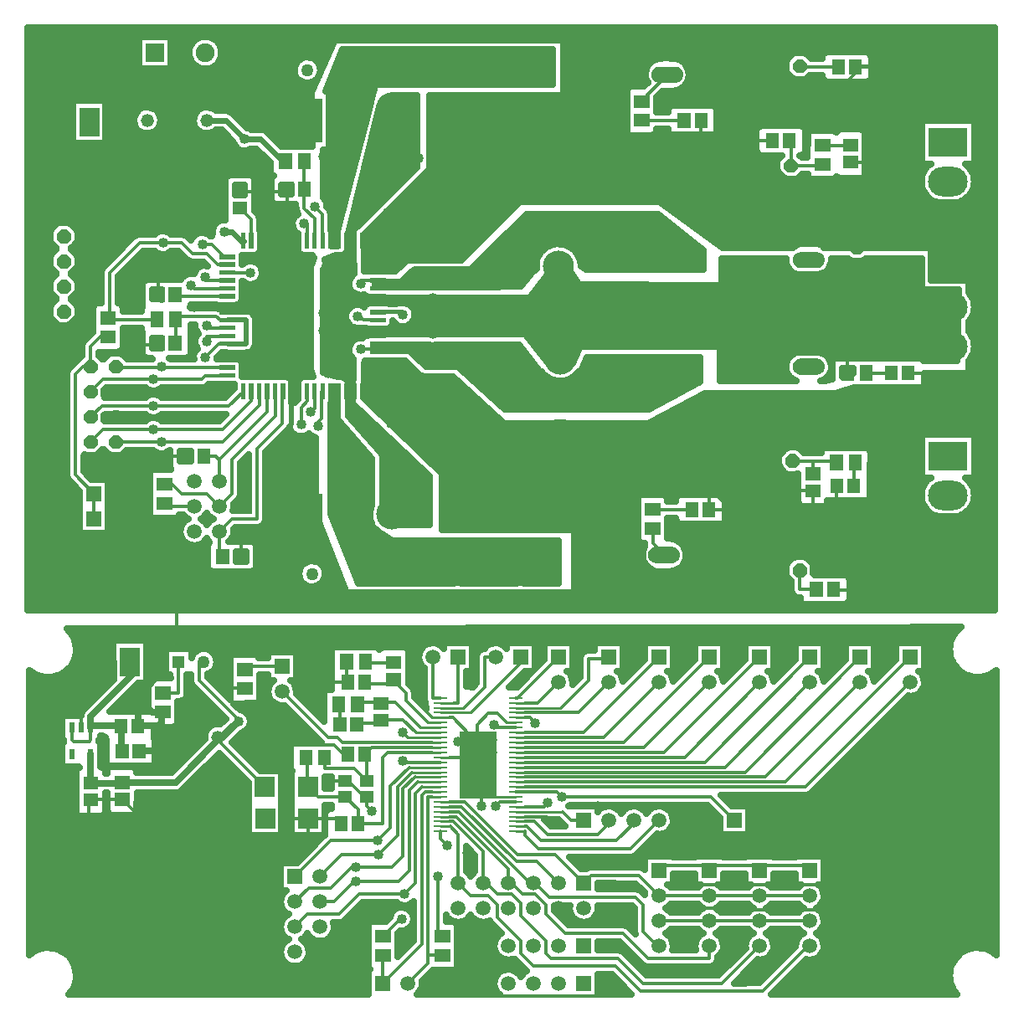
<source format=gtl>
G04 DipTrace 2.3.1.0*
%INamp_tas5631.gtl*%
%MOIN*%
%ADD14C,0.013*%
%ADD18C,0.011*%
%ADD19C,0.0197*%
%ADD20C,0.026*%
%ADD24C,0.0236*%
%ADD26C,0.025*%
%ADD30C,0.052*%
%ADD31C,0.124*%
%ADD32C,0.063*%
%ADD34C,0.05*%
%ADD35R,0.05X0.05*%
%ADD36R,0.0591X0.0591*%
%ADD37C,0.0591*%
%ADD38R,0.1772X0.1772*%
%ADD39R,0.0787X0.0787*%
%ADD41R,0.0236X0.0433*%
%ADD42R,0.058X0.011*%
%ADD43R,0.145X0.267*%
%ADD44R,0.0748X0.0748*%
%ADD45C,0.0748*%
%ADD47R,0.0787X0.1181*%
%ADD48O,0.0787X0.1181*%
%ADD49R,0.1575X0.1181*%
%ADD50O,0.1575X0.1181*%
%ADD51R,0.0551X0.0453*%
%ADD52C,0.04*%
%FSLAX44Y44*%
G04*
G70*
G90*
G75*
G01*
%LNTop*%
%LPD*%
X17870Y-3621D2*
D14*
X18183D1*
X21496Y-6934D1*
X8313Y-11452D2*
Y-11762D1*
X13673Y-8922D2*
X14109D1*
X14308Y-9122D1*
Y-9558D1*
Y-10188D1*
X14313Y-10192D1*
X9583Y-8922D2*
Y-9497D1*
X9892D1*
X10212D1*
X10500D1*
X10522D1*
X10842D1*
X11183D1*
Y-8952D1*
X11153Y-8922D1*
X10843D2*
X10842Y-9497D1*
X10523Y-8922D2*
X10522Y-9497D1*
X10213Y-8922D2*
X10212Y-9497D1*
X9893Y-8922D2*
X9892Y-9497D1*
X14308Y-9558D2*
X14312Y-9562D1*
X14313Y-9872D1*
Y-13652D2*
Y-13972D1*
Y-14282D1*
Y-14367D1*
X13808Y-14872D1*
X13723D1*
X13673Y-14922D1*
X10843D2*
X11153D1*
X14313Y-13652D2*
Y-14247D1*
X15814D1*
X15560D1*
X16188Y-14875D1*
X16281Y-14969D1*
X16746Y-15433D1*
Y-15310D1*
X17810D1*
X19122Y-16622D1*
X21559D1*
X8813Y-6956D2*
X9875D1*
X9892D1*
X10625D1*
X10706Y-6875D1*
X11153Y-8922D2*
X10875D1*
Y-7750D1*
X10706Y-7580D1*
Y-6875D1*
X9893Y-8922D2*
X9892Y-6956D1*
X9875Y-6250D2*
Y-6956D1*
X17870Y-19810D2*
X18370D1*
X19715Y-18465D1*
X21559Y-16622D1*
X17870Y-19810D2*
Y-18935D1*
X15062Y-16126D1*
X13808Y-14872D1*
X14313Y-9562D2*
X15375D1*
X17367D1*
X19996Y-6934D1*
X21496D1*
X13673Y-8922D2*
X13944D1*
X17870Y-4996D1*
Y-3621D1*
X10875Y-12062D2*
X10500D1*
Y-11763D1*
Y-11250D1*
Y-10562D1*
Y-9497D1*
X10250Y-10500D2*
Y-10562D1*
X10500D1*
X10250Y-11250D2*
X10500D1*
X32438Y-22813D2*
Y-22835D1*
X35102D1*
Y-22047D1*
X26812Y-17687D2*
X30063D1*
Y-18875D1*
X31625D1*
X30018Y-4937D2*
X26750D1*
Y-5937D1*
X33313Y-2000D2*
X34125D1*
Y-1969D1*
X35102D1*
X21496Y-6934D2*
X25753D1*
X25763Y-6924D1*
X26750Y-5937D1*
X35102Y-22047D2*
Y-21727D1*
X32563Y-19187D1*
Y-18688D1*
X32581D1*
X27482Y-19625D2*
Y-18357D1*
X26812Y-17687D1*
X21559Y-16622D2*
X25000D1*
Y-16250D1*
X28375Y-19625D1*
X27482D1*
X26812Y-17687D2*
X29000Y-19875D1*
X30812D1*
X32985Y-22047D1*
X35102D1*
X26750Y-5937D2*
X28437Y-4250D1*
X31313D1*
X33594Y-1969D1*
X35102D1*
Y-2812D1*
X35063D1*
Y-1181D1*
X38625D1*
Y-7687D1*
X26813D1*
X26527D1*
X25763Y-6924D1*
X35102Y-22047D2*
Y-21125D1*
X32313D1*
Y-19875D1*
X31625D1*
X29438D1*
X25938Y-23375D1*
X25000D1*
X23625Y-22000D1*
Y-20375D1*
X21559Y-18309D1*
Y-16622D1*
X33125Y-5794D2*
X35063D1*
Y-2773D1*
X35102Y-2812D1*
X27169Y-4125D2*
Y-5831D1*
X27063Y-5937D1*
X26750D1*
X14313Y-10192D2*
X14745D1*
X15375Y-9562D1*
X14313Y-13652D2*
X15219D1*
X15814Y-14247D1*
X16813Y-15063D2*
X16719Y-14969D1*
X16281D1*
X11000Y-22937D2*
Y-23375D1*
X13313D1*
X17500D1*
X20000D1*
X25000D1*
X16813Y-8875D2*
X16188D1*
X16813D2*
Y-6510D1*
X17870Y-4996D1*
X16250Y-15063D2*
X16813D1*
X16188D1*
Y-14875D1*
X8313Y-11762D2*
X10500Y-11763D1*
X19625Y-18375D2*
X19715Y-18465D1*
X26813Y-7500D2*
Y-7687D1*
X17500Y-23000D2*
Y-23375D1*
X14813Y-16188D2*
X14874Y-16126D1*
X15062D1*
X4625Y-13063D2*
X5500D1*
X5563Y-13000D1*
Y-11063D2*
Y-9875D1*
X5750Y-9688D1*
X13875Y-688D2*
Y-500D1*
X24313D1*
X22812Y-2000D1*
Y-5618D1*
X21496Y-6934D1*
X26688Y-23000D2*
Y-23375D1*
X25000D1*
X20000Y-23000D2*
Y-23375D1*
X13313Y-23250D2*
Y-23375D1*
X13063Y-25688D2*
Y-26461D1*
X13103Y-26500D1*
X16812Y-27915D2*
D18*
X17167D1*
D14*
X17290D1*
X17937Y-28562D1*
Y-29420D1*
X18302Y-29785D1*
X12853Y-32125D2*
Y-31942D1*
X11537D1*
X10688Y-31500D2*
Y-31942D1*
X11537D1*
X10875Y-28813D2*
Y-29000D1*
X12563D1*
X12938Y-29375D1*
X13103D1*
X19792Y-31065D2*
D18*
X18940D1*
D14*
X18302Y-30427D1*
Y-29785D1*
X19792Y-28115D2*
D18*
X19428D1*
D14*
X19063Y-27750D1*
X18688D1*
X18250Y-28188D1*
Y-28750D1*
Y-29733D1*
X18302Y-29785D1*
X19792Y-31855D2*
D18*
X20147D1*
D14*
X21043D1*
X21250Y-32063D1*
X4125Y-31169D2*
X2893D1*
X2875Y-31188D1*
X4750Y-28250D2*
D20*
X5624D1*
Y-29250D1*
X4794D1*
X4750Y-28250D2*
X5563D1*
X5688Y-28125D1*
Y-27688D1*
X5750D1*
X16812Y-27915D2*
D18*
X16478D1*
D14*
X16188Y-27625D1*
Y-27063D1*
X16062Y-26938D1*
X18062Y-28750D2*
X18250D1*
X16062Y-26938D2*
Y-26250D1*
X15750D1*
X10688Y-31500D2*
Y-30813D1*
X10875Y-28813D2*
Y-29375D1*
X9688D1*
X11813Y-26688D2*
Y-26500D1*
X13103D1*
X9813Y-36375D2*
X9125D1*
Y-31875D1*
X4831D1*
X4125Y-31169D1*
X3938Y-33500D2*
X2812D1*
Y-31188D1*
X2875D1*
X6312Y-24625D2*
Y-23438D1*
X6437Y-23313D1*
X16812Y-29485D2*
D18*
X17167D1*
D14*
X18002D1*
X18302Y-29785D1*
X9000Y-18500D2*
Y-19500D1*
Y-20500D2*
X9375Y-20875D1*
X10375D1*
X4000Y-19000D2*
Y-20000D1*
X10250Y-12687D2*
Y-13437D1*
X8873Y-21500D2*
Y-20627D1*
X9000Y-20500D1*
X6627Y-17500D2*
X6000D1*
X37000Y-10000D2*
X38500D1*
Y-14750D1*
X37073D1*
X37000Y-14677D1*
Y-10000D2*
Y-8437D1*
X36938Y-8375D1*
X34188D1*
X33375Y-9188D1*
X35419Y-14188D2*
X36510D1*
X37000Y-14677D1*
X31625Y-18875D2*
Y-19875D1*
X24312Y-35875D2*
Y-36063D1*
X22063D1*
X21500Y-35500D1*
X18437Y-31438D2*
Y-29920D1*
X18302Y-29785D1*
X28563Y-34563D2*
X31875D1*
X32812Y-35500D1*
X28563Y-34563D2*
X26625D1*
X26563Y-34500D1*
X26625Y-35500D2*
X28437D1*
X28500Y-35563D1*
X30500D1*
X36625D1*
X37250Y-36188D1*
X18500Y-38500D2*
X18750D1*
X19250Y-39000D1*
X23688D1*
X23938Y-38750D1*
X10625Y-17500D2*
D19*
Y-16500D1*
X10875Y-16250D1*
Y-15200D1*
X11153Y-14922D1*
X13871Y-31065D2*
D14*
X13752D1*
X13122Y-30435D1*
X13004D1*
X13871Y-31065D2*
Y-31433D1*
X14063Y-31625D1*
X13004Y-30435D2*
X12313Y-30438D1*
X8688Y-24625D2*
X8188D1*
Y-26438D1*
X8498Y-26748D1*
X9000D1*
X5750Y-27688D2*
D20*
X5313D1*
X4750Y-27125D1*
Y-27063D1*
X5563Y-26250D1*
X4750Y-28250D2*
Y-27125D1*
X8313Y-9562D2*
D14*
X8187D1*
X7688Y-9063D1*
X7313D1*
X5502Y-12063D2*
X3623D1*
X3563Y-12002D1*
X8313Y-9872D2*
X7935D1*
X7500Y-9438D1*
X6938D1*
X6500Y-9000D1*
X5750D1*
X4813D1*
X3625Y-10188D1*
Y-11939D1*
X3563Y-12002D1*
X5750Y-9000D2*
D3*
X8313Y-10192D2*
X9245D1*
X8313Y-10502D2*
X7438D1*
Y-10375D1*
X8313Y-10822D2*
X7010D1*
X6875Y-10687D1*
X8313Y-12392D2*
X7580D1*
X7500Y-12313D1*
Y-12937D2*
Y-12750D1*
X8275D1*
X8313Y-12712D1*
X6232Y-11063D2*
Y-11132D1*
X8313D1*
X2869Y-14935D2*
X3367Y-14438D1*
X7312D1*
X7437Y-14313D1*
X8283D1*
X8313Y-14282D1*
X2869Y-15935D2*
X2877D1*
X3313Y-15500D1*
X5375D1*
X8375D1*
X8953Y-14922D1*
X5375Y-15500D2*
D3*
X9263Y-14922D2*
Y-15300D1*
X8125Y-16437D1*
X5375D1*
X3367D1*
X2869Y-16935D1*
X5375Y-16438D2*
Y-16437D1*
X9583Y-14922D2*
Y-15480D1*
X8125Y-16937D1*
X5687D1*
X3872D1*
X3869Y-16935D1*
X5687Y-16938D2*
Y-16937D1*
X11250Y-16250D2*
Y-15562D1*
X11500Y-15312D1*
Y-14922D1*
X11473D1*
X11783D2*
Y-15592D1*
X11625Y-15750D1*
X15312Y-11875D2*
Y-11750D1*
X14312D1*
X14313Y-11762D2*
X15200D1*
X15312Y-11875D1*
X12413Y-14922D2*
X12733D1*
X20375Y-21437D2*
X14562D1*
X12500Y-19375D1*
Y-18250D1*
X12733Y-14922D2*
Y-18017D1*
X12500Y-18250D1*
X11473Y-8922D2*
X11500D1*
Y-8250D1*
X11375D1*
X12103Y-14922D2*
X12063D1*
Y-16000D1*
X11938Y-16125D1*
Y-16312D1*
X11783Y-8922D2*
Y-8033D1*
X11375Y-7625D1*
Y-6875D1*
Y-5750D1*
X12413Y-8922D2*
X12733D1*
Y-6170D1*
X12125Y-5562D1*
X12500D1*
Y-4375D1*
X14000Y-2875D1*
Y-2500D1*
X14250Y-2250D1*
X20438D1*
X20496Y-2308D1*
X32643Y-2000D2*
X31102D1*
Y-1969D1*
X24813Y-3375D2*
Y-3323D1*
X25827Y-2308D1*
X14313Y-12082D2*
X13730D1*
X13563Y-11938D1*
Y-12000D1*
X13500Y-11938D1*
X30688Y-4937D2*
X30750D1*
Y-5937D1*
X31938D1*
X32000Y-5875D1*
X14313Y-13342D2*
Y-13022D1*
Y-13250D1*
X13625D1*
X14313D2*
Y-13375D1*
X15562D1*
X16188Y-14000D1*
X18375D1*
X19625Y-15250D1*
X25563D1*
X26535Y-14278D1*
X26688Y-14125D1*
Y-13750D1*
X23125D1*
X22062Y-14812D1*
X20750D1*
X19250Y-13313D1*
X15125D1*
X14835Y-13022D1*
X14313D1*
X26125Y-13937D2*
X26195D1*
X26535Y-14278D1*
X32000Y-5127D2*
Y-5125D1*
X33125D1*
X24813Y-4123D2*
Y-4125D1*
X26500D1*
X14313Y-10822D2*
Y-10502D1*
X13625Y-10625D2*
Y-10500D1*
X17500D1*
X17875Y-10125D1*
X20000Y-8000D1*
X25000D1*
X26688Y-9687D1*
X26125D1*
X14313Y-10822D2*
X19178D1*
X20125Y-9875D1*
Y-9375D1*
X20875Y-8625D1*
X22250D1*
X23125Y-9500D1*
Y-9812D1*
X26500D1*
X26625Y-9687D1*
X26125D1*
X15310Y-10503D2*
X15688Y-10125D1*
X17875D1*
X31625Y-18206D2*
Y-17687D1*
X30812D1*
X32563D1*
Y-17750D1*
X9263Y-8922D2*
Y-8075D1*
X8813Y-7625D1*
X33250Y-18688D2*
Y-17750D1*
X33311D1*
X25250Y-19627D2*
Y-19625D1*
X26813D1*
X12103Y-8922D2*
Y-7853D1*
X11812Y-7562D1*
X31768Y-22813D2*
X31102D1*
Y-22047D1*
X25250Y-20375D2*
Y-20982D1*
X25706Y-21437D1*
X33750Y-14188D2*
X34750D1*
X3563Y-12750D2*
X3250D1*
X2869Y-13131D1*
Y-13935D1*
X3000Y-19000D2*
Y-20000D1*
X2869Y-13935D2*
X2565D1*
X2250Y-14250D1*
Y-18250D1*
X3000Y-19000D1*
X8182Y-8559D2*
D24*
X8495D1*
X8858Y-8922D1*
X8953D1*
X9000Y-4875D2*
X9625D1*
X10627Y-5877D1*
Y-5750D1*
X7500Y-4125D2*
X8250D1*
X9000Y-4875D1*
X13043Y-8922D2*
D14*
X13363D1*
X14313Y-11132D2*
Y-11452D1*
Y-12392D2*
Y-12712D1*
X13043Y-14922D2*
X13363D1*
X14313Y-12712D2*
X16500D1*
X20649D1*
X21559Y-13622D1*
X14313Y-11132D2*
X16500D1*
X20298D1*
X21496Y-9934D1*
X13363Y-14922D2*
Y-13875D1*
X13000D1*
Y-13180D1*
X13433Y-12747D1*
X14278D1*
X14313Y-12712D1*
X13363Y-14922D2*
Y-15800D1*
X14750Y-17187D1*
Y-19690D1*
X14870Y-19810D1*
X12313Y-14188D2*
Y-13875D1*
X13000D1*
X12125Y-11813D2*
Y-12500D1*
Y-13180D1*
X13000D1*
X13363Y-8922D2*
Y-8012D1*
X14750Y-6625D1*
Y-3741D1*
X14870Y-3621D1*
X33002Y-14188D2*
Y-13002D1*
X31687Y-11687D1*
X33187Y-10188D1*
X33375D1*
X21496Y-9934D2*
Y-11680D1*
Y-13559D1*
X21559Y-13622D1*
X33002Y-13002D2*
Y-12500D1*
X27995D1*
Y-11680D1*
X22125D1*
X21496D1*
X14125Y-11375D2*
Y-11187D1*
X12375D1*
Y-10000D1*
X13063D1*
Y-8942D1*
X13043Y-8922D1*
X31750Y-12500D2*
X31687Y-12437D1*
Y-11687D1*
X28000Y-11750D2*
X27995Y-12500D1*
X22125Y-11875D2*
Y-11680D1*
X12125Y-12500D2*
D3*
X16500Y-12625D2*
Y-12712D1*
Y-11188D2*
Y-11132D1*
X8313Y-13972D2*
X5687D1*
X3907D1*
X3869Y-13935D1*
X5687Y-13938D2*
Y-13972D1*
X8313Y-13022D2*
D19*
X9062D1*
Y-12082D1*
X8313D1*
X6250Y-12063D2*
D14*
Y-12982D1*
X6232Y-13000D1*
X8313Y-12082D2*
X8020D1*
X7875Y-11938D1*
X6375D1*
X6250Y-12063D1*
X8313Y-13022D2*
X7978D1*
X7438Y-13563D1*
X7000Y-19500D2*
X5939D1*
X5813Y-19374D1*
X13871Y-30435D2*
Y-29473D1*
X13772Y-29375D1*
X12187Y-29500D2*
Y-29938D1*
X13373D1*
X13871Y-30435D1*
X16812Y-29095D2*
D18*
X16457D1*
D14*
X14052D1*
X13772Y-29375D1*
X13004Y-31065D2*
X11920D1*
X11537Y-30683D1*
X13522Y-32125D2*
Y-31583D1*
X13004Y-31065D1*
X11438Y-29500D2*
X11500D1*
Y-30438D1*
X11745Y-30683D1*
X11537D1*
X16812Y-29295D2*
D18*
X16457D1*
D14*
X14705D1*
X14500Y-29500D1*
Y-32125D1*
X13522D1*
X19792Y-28305D2*
X19055D1*
X18938Y-28188D1*
X16812Y-28705D2*
D18*
Y-28688D1*
X15500D1*
X15312Y-28500D1*
X19792Y-31265D2*
D14*
X19172D1*
X19000Y-31438D1*
X2875Y-30518D2*
D20*
X4107D1*
X4125Y-30500D1*
X2875Y-29375D2*
Y-30518D1*
X4125Y-30500D2*
X6250D1*
X7938Y-28813D1*
Y-28688D1*
X8125D1*
X8750Y-28063D1*
X16812Y-29685D2*
D14*
X15312D1*
Y-29625D1*
X15250Y-35938D2*
X15189D1*
X14500Y-36627D1*
X16688Y-34250D2*
Y-36439D1*
X16875Y-36627D1*
X7375Y-25687D2*
X7188D1*
Y-26438D1*
X8781Y-28031D1*
X8125Y-28688D1*
X7938D1*
X8750Y-28063D2*
X8625D1*
X7938Y-28750D1*
Y-28815D1*
X9805Y-30683D1*
X16812Y-32445D2*
Y-32750D1*
X17063Y-33000D1*
X14938Y-25728D2*
X13852D1*
X13812Y-25688D1*
X14938Y-26397D2*
Y-26563D1*
X13835D1*
X13772Y-26500D1*
X16812Y-28115D2*
D18*
X16303D1*
D14*
X15438Y-27250D1*
Y-26938D1*
X14897Y-26397D1*
X14938D1*
X14438Y-27353D2*
Y-27313D1*
X13562D1*
X13499Y-27375D1*
X16812Y-28305D2*
D18*
X15993D1*
D14*
X15000Y-27313D1*
X14500D1*
X14540Y-27353D1*
X14438D1*
Y-28022D2*
Y-28125D1*
X13522D1*
X13460Y-28188D1*
X16812Y-28505D2*
D18*
X15818D1*
D14*
X15312Y-28000D1*
X14438D1*
Y-28022D1*
X12790Y-28188D2*
Y-27414D1*
X12751Y-27375D1*
X16812Y-28895D2*
D18*
X16457D1*
D14*
X12895D1*
X12688Y-28688D1*
X12313D1*
X10500Y-26875D1*
X19792Y-27915D2*
D18*
X20147D1*
D14*
X20353D1*
X20563Y-28125D1*
X16812Y-29885D2*
D18*
X15552D1*
D14*
X14812Y-30625D1*
Y-32313D1*
X14312Y-32813D1*
X12437D1*
X11000Y-34250D1*
X4081Y-28250D2*
D20*
Y-29206D1*
X4125Y-29250D1*
X2127Y-28313D2*
D14*
Y-28814D1*
X2188Y-28875D1*
X2813D1*
X2875Y-28813D1*
Y-28313D1*
D20*
Y-27875D1*
X4500Y-26250D1*
Y-25687D1*
X4437D1*
X4081Y-28250D2*
X2938D1*
X2875Y-28313D1*
X16812Y-30085D2*
D18*
X15665D1*
D14*
X15081Y-30669D1*
Y-32607D1*
X14313Y-33375D1*
X12875D1*
X12000Y-34250D1*
X16812Y-30275D2*
D18*
X15787D1*
D14*
X15312Y-30750D1*
Y-33438D1*
X14875Y-33875D1*
X13438D1*
X13250D1*
X12438Y-34688D1*
X11562D1*
X11000Y-35250D1*
X16812Y-30475D2*
D18*
X15900D1*
D14*
X15563Y-30813D1*
Y-34000D1*
X15125Y-34438D1*
X13438D1*
X13375D1*
X12563Y-35250D1*
X12000D1*
X16812Y-30675D2*
D18*
X16075D1*
D14*
X15812Y-30938D1*
Y-34500D1*
X15375Y-34938D1*
X13562D1*
X12750Y-35750D1*
X11500D1*
X11000Y-36250D1*
X16812Y-30865D2*
D18*
X16457D1*
D14*
X16197D1*
X16063Y-31000D1*
Y-36937D1*
X14500Y-38500D1*
Y-37375D2*
Y-38500D1*
X16812Y-31065D2*
D18*
X16457D1*
D14*
X16312D1*
Y-37375D1*
Y-37688D1*
X15500Y-38500D1*
X16875Y-37375D2*
X16312D1*
X16812Y-31265D2*
D18*
X17167D1*
D14*
X17765D1*
X19875Y-33375D1*
X21375D1*
X22500Y-34500D1*
X22812Y-34188D1*
X24688D1*
X25500Y-35000D1*
X27500D1*
X29500D1*
X31500D1*
X16812Y-31455D2*
D18*
X17167D1*
D14*
X17643D1*
X19813Y-33625D1*
X20625D1*
X21500Y-34500D1*
X25500Y-36000D2*
X27500D1*
X29500D1*
X31500D1*
X16812Y-31655D2*
D18*
X17167D1*
D14*
X17530D1*
X20500Y-34625D1*
Y-34500D1*
X20562D1*
X21125Y-35063D1*
X24563D1*
X24875Y-35375D1*
Y-36437D1*
X25438Y-37000D1*
X25500D1*
X31500Y-34000D2*
Y-33813D1*
X29500D1*
Y-34000D1*
Y-33813D2*
X27500D1*
Y-34000D1*
Y-33813D2*
X25500D1*
Y-34000D1*
X16812Y-31855D2*
D18*
X17167D1*
D14*
X17418D1*
X19500Y-33938D1*
Y-34500D1*
X19625D1*
X20063Y-34938D1*
X20563D1*
X21000Y-35375D1*
Y-35750D1*
X21750Y-36500D1*
X24063D1*
X25063Y-37500D1*
X27500D1*
Y-37000D1*
X16812Y-32045D2*
D18*
X17167D1*
D14*
X17295D1*
X18500Y-33250D1*
Y-34500D1*
X18625D1*
X19062Y-34938D1*
X19625D1*
X20000Y-35313D1*
Y-35813D1*
X21000Y-36813D1*
Y-37312D1*
X21188Y-37500D1*
X23875D1*
X24875Y-38500D1*
X28000D1*
X29500Y-37000D1*
X16812Y-32245D2*
D18*
X17183D1*
D14*
X17500Y-32563D1*
Y-34500D1*
X31500Y-37000D2*
X31438D1*
X29625Y-38813D1*
X24750D1*
X23750Y-37813D1*
X20500D1*
X20000Y-37312D1*
Y-36812D1*
X19063Y-35875D1*
Y-35375D1*
X18688Y-35000D1*
X18000D1*
X17500Y-34500D1*
X19792Y-32445D2*
D18*
X20147D1*
D14*
Y-32585D1*
X20688Y-33125D1*
X24375D1*
X25500Y-32000D1*
X19792Y-32245D2*
D18*
X20147D1*
D14*
X20245D1*
X20812Y-32813D1*
X23812D1*
X24625Y-32000D1*
X24500D1*
X19792Y-32045D2*
D18*
X20147D1*
D14*
X20545D1*
X21063Y-32563D1*
X23062D1*
X23625Y-32000D1*
X23500D1*
X19792Y-31655D2*
D18*
X21655D1*
D14*
X22000Y-32000D1*
X22500D1*
X19792Y-30675D2*
D18*
X20147D1*
D14*
X31325D1*
X35500Y-26500D1*
X19792Y-30475D2*
D18*
X20147D1*
D14*
X30525D1*
X35500Y-25500D1*
X19792Y-30275D2*
D18*
X20147D1*
D14*
X29725D1*
X33500Y-26500D1*
X19792Y-30085D2*
D18*
X20147D1*
D14*
X28915D1*
X33500Y-25500D1*
X19792Y-29885D2*
D18*
X20147D1*
D14*
X28115D1*
X31500Y-26500D1*
X19792Y-29685D2*
D18*
X20147D1*
D14*
X27315D1*
X31500Y-25500D1*
X19792Y-29485D2*
D18*
X20147D1*
D14*
X26515D1*
X29500Y-26500D1*
X19792Y-29295D2*
D18*
X20147D1*
D14*
X25705D1*
X29500Y-25500D1*
X19792Y-29095D2*
D18*
X20147D1*
D14*
X24905D1*
X27500Y-26500D1*
X19792Y-28895D2*
D18*
X20147D1*
D14*
X24105D1*
X27500Y-25500D1*
X19792Y-28705D2*
D18*
X20147D1*
D14*
X23295D1*
X25500Y-26500D1*
X19792Y-28505D2*
D18*
X20147D1*
D14*
X22495D1*
X25500Y-25500D1*
X19792Y-27715D2*
D18*
X20147D1*
D14*
X22285D1*
X23500Y-26500D1*
X19792Y-27525D2*
D18*
X21600D1*
D14*
X22688Y-26437D1*
Y-25563D1*
X23500D1*
Y-25500D1*
X19792Y-27325D2*
D18*
X20147D1*
D14*
X20675D1*
X21500Y-26500D1*
X19792Y-27125D2*
X19875D1*
X21500Y-25500D1*
X19000D2*
X18563D1*
Y-26687D1*
X17725Y-27525D1*
D18*
X16812D1*
Y-27715D2*
X18035D1*
D14*
X20000Y-25750D1*
Y-25500D1*
X16812Y-27125D2*
X16500D1*
Y-25500D1*
X16812Y-27325D2*
D18*
X17313D1*
D14*
X17500D1*
Y-25500D1*
X21625Y-31063D2*
X21437Y-30875D1*
X19802D1*
D18*
X19792Y-30865D1*
X21625Y-31063D2*
D14*
X27563D1*
X28500Y-32000D1*
X19792Y-31455D2*
D18*
X20147D1*
D14*
X20920D1*
X21062Y-31313D1*
X5750Y-26939D2*
X6375D1*
Y-25687D1*
X9893Y-14922D2*
Y-15732D1*
X8000Y-17625D1*
Y-17652D1*
Y-18500D1*
X7375Y-17500D2*
X7848D1*
X8000Y-17652D1*
X10213Y-14922D2*
Y-15912D1*
X8500Y-17625D1*
Y-19000D1*
X8000Y-19500D1*
X7500Y-19000D1*
X6500D1*
X6126Y-18626D1*
X5813D1*
X8000Y-20500D2*
X8500Y-20000D1*
X9500D1*
Y-17187D1*
X10500Y-16187D1*
Y-14945D1*
X10523Y-14922D1*
X8000Y-20500D2*
Y-21375D1*
X8125Y-21500D1*
X10500Y-25875D2*
X9125D1*
X9000Y-26000D1*
D52*
X9688Y-29375D3*
X9245Y-10192D3*
X12500Y-18250D3*
X11375Y-8250D3*
X11938Y-16312D3*
X13625Y-13250D3*
X12375Y-10000D3*
X15312Y-11875D3*
X13500Y-11938D3*
X7438Y-10375D3*
X6875Y-10687D3*
X7500Y-12313D3*
Y-12937D3*
X7313Y-9063D3*
X11250Y-16250D3*
X11625Y-15750D3*
X8182Y-8559D3*
X9000Y-4875D3*
X9875Y-6250D3*
X12313Y-14188D3*
X10250Y-12687D3*
Y-13437D3*
X12125Y-11813D3*
X9250Y-14000D3*
X10250Y-10500D3*
Y-11250D3*
X11500Y-14125D3*
X15688Y-3188D3*
X10625Y-17500D3*
X20750Y-11875D3*
X7000Y-11563D3*
X13625Y-10625D3*
X11812Y-7562D3*
X12125Y-5562D3*
X10000Y-2500D3*
X3500Y-2625D3*
X25188Y-16750D3*
Y-17938D3*
X21813Y-20250D3*
X25000Y-11125D3*
X10062Y-4438D3*
X3500Y-813D3*
X10375Y-625D3*
X8250Y-2875D3*
X25000Y-12500D3*
X31750D3*
X28000Y-11750D3*
X22125Y-11875D3*
X15875Y-17938D3*
X15938Y-5625D3*
X3875Y-5875D3*
X22750Y-22188D3*
X6313Y-5250D3*
X6500Y-6875D3*
X7375Y-5875D3*
X1063Y-7000D3*
X3938Y-7375D3*
X19625Y-18375D3*
X16688Y-34250D3*
X15250Y-35938D3*
X7438Y-13563D3*
X6000Y-15937D3*
Y-14937D3*
X6437Y-23313D3*
X8938D3*
X11000Y-22937D3*
X5500Y-21062D3*
X14312Y-32813D3*
X10875Y-12062D3*
X19438Y-5313D3*
X27938Y-15875D3*
X21062Y-31313D3*
X4625Y-13063D3*
X5750Y-9000D3*
X16250Y-20125D3*
X28188Y-18313D3*
X16813Y-15063D3*
X16250D3*
X16813Y-8875D3*
X16188D3*
X28563Y-10688D3*
X29125Y-13063D3*
X28250Y-9000D3*
Y-5688D3*
X26813Y-7500D3*
X24063Y-1063D3*
X33750D3*
X38188Y-2000D3*
X18875Y-813D3*
X17500Y-23000D3*
X787Y-2362D3*
X1181Y-21654D3*
X5687Y-16938D3*
X5375Y-16438D3*
Y-15500D3*
X5687Y-13938D3*
X5375Y-14438D3*
X26563Y-34500D3*
X23438Y-4875D3*
X24813Y-6437D3*
X23563Y-18625D3*
X8063Y-14875D3*
X12125Y-12500D3*
X16500Y-12625D3*
Y-11188D3*
X16625Y-16188D3*
X14813D3*
X16438Y-7625D3*
X14688Y-7813D3*
X5750Y-9688D3*
X6500D3*
X26625Y-35500D3*
X13875Y-688D3*
X22062Y-1438D3*
X22188Y-2938D3*
X38438Y-12375D3*
X22500Y-17500D3*
X24000Y-21500D3*
X26688Y-23000D3*
X20000D3*
X13313Y-23250D3*
X10375Y-20875D3*
X3375Y-17875D3*
X4813Y-22438D3*
X6000Y-17500D3*
X1000Y-15000D3*
Y-16500D3*
Y-18500D3*
Y-20000D3*
X14313Y-33375D3*
X13438Y-33875D3*
Y-34438D3*
X15375Y-34938D3*
X15312Y-28500D3*
X17500Y-28875D3*
X20563Y-28125D3*
X18938Y-28188D3*
X19000Y-31438D3*
X17063Y-33000D3*
X10688Y-31500D3*
X10875Y-28813D3*
X15312Y-29625D3*
X28500Y-35563D3*
X30500D3*
X12313Y-30438D3*
X14063Y-31625D3*
X18875Y-28813D3*
X21625Y-31063D3*
X17875Y-33313D3*
X21250Y-32063D3*
X8750Y-28063D3*
X18875Y-29313D3*
X16062Y-26938D3*
X18062Y-28750D3*
X15750Y-26250D3*
X6312Y-24625D3*
X11813Y-26688D3*
X8688Y-24625D3*
X23062Y-31437D3*
X10688Y-30813D3*
X23938Y-38750D3*
X24312Y-35875D3*
X28500Y-37063D3*
X28563Y-34563D3*
X27500Y-32938D3*
X30500Y-37063D3*
X26500D3*
X31313Y-31938D3*
X1625Y-33000D3*
X3500Y-31750D3*
X7062Y-32687D3*
X1625Y-35563D3*
X38438Y-33688D3*
X33688Y-29563D3*
X23813Y-36938D3*
X24000Y-33813D3*
X13500Y-24688D3*
X15500D3*
X9813Y-36375D3*
X3938Y-33500D3*
X9313Y-38250D3*
X1313Y-30313D3*
X625Y-28063D3*
X1500Y-26875D3*
X18437Y-31438D3*
X13625Y-35750D3*
X32500Y-25375D3*
X34500D3*
X30438D3*
X28500D3*
X26563D3*
X24438D3*
X22500Y-25000D3*
X20750Y-24688D3*
X18125Y-24625D3*
X36625Y-25375D3*
X35563Y-28313D3*
X33625Y-23063D3*
X32813Y-38688D3*
X38500Y-15875D3*
X38000Y-22688D3*
X37563Y-28313D3*
X30500Y-34500D3*
X37250Y-36188D3*
X7250Y-30313D3*
X32812Y-35500D3*
X5938Y-28625D3*
X5563Y-26250D3*
X3375Y-29688D3*
X8188Y-34375D3*
X34438Y-32938D3*
X35750Y-37875D3*
X37250Y-31813D3*
X23688Y-34563D3*
X14438Y-35563D3*
X13313Y-37625D3*
X11687Y-38750D3*
X6563Y-38313D3*
X2500Y-37625D3*
X7563Y-35938D3*
X20007Y-8124D2*
D26*
X25743D1*
X19750Y-8372D2*
X26051D1*
X19496Y-8621D2*
X26364D1*
X19242Y-8870D2*
X26676D1*
X18984Y-9118D2*
X21129D1*
X21863D2*
X26985D1*
X18730Y-9367D2*
X20793D1*
X22199D2*
X27227D1*
X18472Y-9616D2*
X20645D1*
X22347D2*
X27227D1*
X18218Y-9865D2*
X20590D1*
X22402D2*
X27227D1*
X15738Y-10113D2*
X20496D1*
X15464Y-10362D2*
X20289D1*
X14212Y-10611D2*
X20090D1*
X20617Y-10015D2*
X20616Y-9840D1*
X20638Y-9717D1*
X20678Y-9598D1*
X20733Y-9486D1*
X20804Y-9383D1*
X20888Y-9291D1*
X20985Y-9212D1*
X21092Y-9147D1*
X21206Y-9098D1*
X21327Y-9066D1*
X21451Y-9050D1*
X21576Y-9053D1*
X21699Y-9073D1*
X21818Y-9110D1*
X21931Y-9164D1*
X22035Y-9233D1*
X22129Y-9316D1*
X22210Y-9411D1*
X22276Y-9516D1*
X22327Y-9630D1*
X22362Y-9750D1*
X22381Y-9938D1*
X22597Y-10063D1*
X27250D1*
Y-9311D1*
X25458Y-7876D1*
X20236Y-7875D1*
X18021Y-10028D1*
X17937Y-10062D1*
X15787D1*
X15640Y-10161D1*
X15272Y-10527D1*
X15188Y-10562D1*
X14187D1*
Y-10750D1*
X20004D1*
X20463Y-10175D1*
X20615Y-10021D1*
X14742Y-13311D2*
X20102D1*
X15843Y-13560D2*
X20293D1*
X16121Y-13809D2*
X20485D1*
X22558D2*
X27100D1*
X17644Y-14057D2*
X20672D1*
X22449D2*
X27100D1*
X17921Y-14306D2*
X20973D1*
X22144D2*
X27100D1*
X18195Y-14555D2*
X27090D1*
X18472Y-14803D2*
X26621D1*
X18750Y-15052D2*
X26153D1*
X19027Y-15301D2*
X25680D1*
X19300Y-15549D2*
X25211D1*
X22285Y-14124D2*
X22232Y-14196D1*
X22144Y-14285D1*
X22045Y-14361D1*
X21936Y-14422D1*
X21820Y-14468D1*
X21698Y-14496D1*
X21574Y-14507D1*
X21449Y-14500D1*
X21326Y-14476D1*
X21209Y-14435D1*
X21098Y-14377D1*
X20996Y-14305D1*
X20905Y-14219D1*
X20830Y-14124D1*
X20809Y-14123D1*
X20725Y-14089D1*
X19939Y-13063D1*
X16660Y-13062D1*
X16604Y-13078D1*
X16480Y-13090D1*
X16347Y-13063D1*
X14355Y-13067D1*
X14278Y-13077D1*
X14126D1*
X14125Y-13301D1*
X14636Y-13298D1*
X14750Y-13312D1*
X15503Y-13314D1*
X15584Y-13345D1*
X16235Y-13937D1*
X17441Y-13939D1*
X17521Y-13970D1*
X19359Y-15624D1*
X20437Y-15625D1*
X25096D1*
X27128Y-14548D1*
X27125Y-13562D1*
X22645D1*
X22427Y-14051D1*
X22330Y-14124D1*
X22285Y-14125D1*
X28023Y-9874D2*
X30559D1*
X32351D2*
X35922D1*
X21195Y-10122D2*
X21907D1*
X28023D2*
X30719D1*
X32195D2*
X35922D1*
X21000Y-10371D2*
X22082D1*
X28023D2*
X35922D1*
X20808Y-10620D2*
X22254D1*
X28011D2*
X35922D1*
X20617Y-10868D2*
X37391D1*
X20425Y-11117D2*
X37387D1*
X14150Y-11366D2*
X37387D1*
X15722Y-11615D2*
X37383D1*
X15800Y-11863D2*
X37379D1*
X15738Y-12112D2*
X37375D1*
X14843Y-12361D2*
X37371D1*
X14150Y-12609D2*
X37368D1*
X20390Y-12858D2*
X37364D1*
X20586Y-13107D2*
X37360D1*
X20781Y-13355D2*
X22227D1*
X27961D2*
X31067D1*
X31843D2*
X37356D1*
X20972Y-13604D2*
X22114D1*
X27961D2*
X30633D1*
X32281D2*
X32539D1*
X35921D2*
X37352D1*
X27961Y-13853D2*
X30532D1*
X27961Y-14101D2*
X30551D1*
X32824D2*
X33204D1*
X27961Y-14350D2*
X30700D1*
X32214D2*
X32375D1*
X33229Y-14202D2*
Y-13999D1*
X32797Y-14000D1*
X32799Y-14320D1*
X33228Y-14206D1*
X32399Y-14422D2*
Y-13800D1*
X32437Y-13683D1*
X32540Y-13611D1*
X32599Y-13601D1*
X34156Y-13602D1*
X34249Y-13611D1*
X34308Y-13601D1*
X35861D1*
X35981Y-13641D1*
X36023Y-13685D1*
X37250Y-13688D1*
X37377Y-13686D1*
X37416Y-10855D1*
X35948D1*
Y-9625D1*
X33723D1*
X33683Y-9666D1*
X33577Y-9731D1*
X33496Y-9743D1*
X33254D1*
X33133Y-9714D1*
X33026Y-9624D1*
X32355Y-9625D1*
X32357Y-9744D1*
X32341Y-9834D1*
X32268Y-10004D1*
X32185Y-10104D1*
X32115Y-10163D1*
X31950Y-10246D1*
X31776Y-10273D1*
X31088Y-10269D1*
X30908Y-10227D1*
X30796Y-10162D1*
X30725Y-10103D1*
X30615Y-9955D1*
X30570Y-9833D1*
X30554Y-9743D1*
Y-9626D1*
X28000Y-9625D1*
Y-10562D1*
X27939Y-10668D1*
X27875Y-10687D1*
X22387Y-10682D1*
X22282Y-10621D1*
X21925Y-10111D1*
X21299Y-9954D1*
X20283Y-11265D1*
X20205Y-11311D1*
X14125Y-11312D1*
Y-11410D1*
X14636Y-11408D1*
X14812Y-11420D1*
X15371Y-11414D1*
X15492Y-11446D1*
X15599Y-11509D1*
X15686Y-11598D1*
X15746Y-11708D1*
X15777Y-11875D1*
X15761Y-11999D1*
X15712Y-12113D1*
X15634Y-12211D1*
X15533Y-12284D1*
X15417Y-12328D1*
X15293Y-12340D1*
X15170Y-12318D1*
X15058Y-12264D1*
X14964Y-12182D1*
X14905Y-12095D1*
X14898Y-12172D1*
X14871Y-12288D1*
X14796Y-12381D1*
X14685Y-12431D1*
X14633Y-12437D1*
X14125D1*
Y-12625D1*
X20128Y-12627D1*
X20212Y-12660D1*
X21065Y-13756D1*
X22048Y-13808D1*
X22324Y-13198D1*
X22420Y-13126D1*
X27812Y-13125D1*
X27918Y-13186D1*
X27937Y-13250D1*
X27938Y-14500D1*
X30979D1*
X30892Y-14468D1*
X30737Y-14367D1*
X30654Y-14268D1*
X30608Y-14188D1*
X30554Y-14011D1*
Y-13881D1*
X30570Y-13791D1*
X30643Y-13621D1*
X30726Y-13521D1*
X30797Y-13462D1*
X30962Y-13379D1*
X31135Y-13352D1*
X31823Y-13356D1*
X32003Y-13398D1*
X32116Y-13463D1*
X32186Y-13522D1*
X32297Y-13670D1*
X32342Y-13792D1*
X32358Y-13882D1*
X32347Y-14067D1*
X32303Y-14189D1*
X32257Y-14269D1*
X32130Y-14403D1*
X32018Y-14469D1*
X31938Y-14500D1*
X32107D1*
X32016Y-14470D1*
X31947Y-14497D1*
X32112Y-14499D1*
X32399Y-14424D1*
X21712Y-686D2*
X38852D1*
X21712Y-935D2*
X38852D1*
X21712Y-1184D2*
X38852D1*
X21712Y-1432D2*
X30907D1*
X31296D2*
X32090D1*
X33867D2*
X38852D1*
X21712Y-1681D2*
X25407D1*
X26250D2*
X30598D1*
X33980D2*
X38852D1*
X21712Y-1930D2*
X25067D1*
X26586D2*
X30536D1*
X33980D2*
X38852D1*
X21712Y-2178D2*
X24957D1*
X26695D2*
X30551D1*
X33980D2*
X38852D1*
X21712Y-2427D2*
X24957D1*
X26695D2*
X30770D1*
X31437D2*
X31981D1*
X33976D2*
X38852D1*
X21712Y-2676D2*
X24969D1*
X26593D2*
X38852D1*
X21712Y-2924D2*
X24207D1*
X26281D2*
X38852D1*
X21712Y-3173D2*
X24200D1*
X25453D2*
X38852D1*
X21712Y-3422D2*
X24200D1*
X25425D2*
X38852D1*
X21712Y-3670D2*
X24200D1*
X25425D2*
X25844D1*
X27824D2*
X38852D1*
X21712Y-3919D2*
X24200D1*
X27836D2*
X38852D1*
X21712Y-4168D2*
X24200D1*
X27836D2*
X35922D1*
X38078D2*
X38852D1*
X21712Y-4417D2*
X24200D1*
X27836D2*
X29403D1*
X31304D2*
X35922D1*
X38078D2*
X38852D1*
X21712Y-4665D2*
X24258D1*
X25367D2*
X25903D1*
X27765D2*
X29352D1*
X33738D2*
X35922D1*
X38078D2*
X38852D1*
X21712Y-4914D2*
X29352D1*
X33738D2*
X35922D1*
X38078D2*
X38852D1*
X21712Y-5163D2*
X29352D1*
X33738D2*
X35922D1*
X38078D2*
X38852D1*
X21712Y-5411D2*
X29371D1*
X33738D2*
X35922D1*
X38078D2*
X38852D1*
X21712Y-5660D2*
X30239D1*
X33738D2*
X35922D1*
X38078D2*
X38852D1*
X21712Y-5909D2*
X30184D1*
X33738D2*
X36223D1*
X37777D2*
X38852D1*
X21712Y-6157D2*
X30204D1*
X33738D2*
X36024D1*
X37976D2*
X38852D1*
X21712Y-6406D2*
X30426D1*
X31074D2*
X31434D1*
X33644D2*
X35938D1*
X38062D2*
X38852D1*
X21712Y-6655D2*
X35930D1*
X38070D2*
X38852D1*
X21712Y-6903D2*
X35996D1*
X38004D2*
X38852D1*
X21712Y-7152D2*
X36161D1*
X37839D2*
X38852D1*
X25601Y-7401D2*
X36625D1*
X37375D2*
X38852D1*
X25945Y-7649D2*
X38852D1*
X26289Y-7898D2*
X38852D1*
X26629Y-8147D2*
X38852D1*
X26972Y-8396D2*
X38852D1*
X27316Y-8644D2*
X38852D1*
X27660Y-8893D2*
X38852D1*
X28004Y-9142D2*
X30868D1*
X32046D2*
X38852D1*
X31493Y-1592D2*
X31569Y-1670D1*
X32005D1*
X32001Y-1613D1*
X32039Y-1496D1*
X32142Y-1423D1*
X32201Y-1413D1*
X33755D1*
X33872Y-1451D1*
X33944Y-1554D1*
X33955Y-1613D1*
Y-2387D1*
X33917Y-2504D1*
X33814Y-2577D1*
X33755Y-2587D1*
X32201D1*
X32084Y-2549D1*
X32011Y-2446D1*
X32001Y-2328D1*
X31506Y-2330D1*
X31404Y-2433D1*
X31298Y-2498D1*
X31217Y-2511D1*
X30988D1*
X30866Y-2481D1*
X30800Y-2433D1*
X30638Y-2271D1*
X30573Y-2164D1*
X30560Y-2083D1*
Y-1854D1*
X30590Y-1733D1*
X30638Y-1666D1*
X30800Y-1504D1*
X30907Y-1439D1*
X30988Y-1426D1*
X31217D1*
X31338Y-1456D1*
X31404Y-1504D1*
X31493Y-1592D1*
X31105Y-5525D2*
X31189Y-5610D1*
X31410Y-5608D1*
X31413Y-4724D1*
X31451Y-4607D1*
X31554Y-4534D1*
X31613Y-4524D1*
X32387D1*
X32506Y-4565D1*
X32549Y-4608D1*
X32576Y-4566D1*
X32679Y-4493D1*
X32738Y-4483D1*
X33512D1*
X33629Y-4521D1*
X33702Y-4624D1*
X33712Y-4683D1*
Y-6236D1*
X33674Y-6353D1*
X33571Y-6426D1*
X33512Y-6436D1*
X32738D1*
X32619Y-6395D1*
X32576Y-6352D1*
X32549Y-6395D1*
X32446Y-6468D1*
X32387Y-6478D1*
X31613D1*
X31496Y-6440D1*
X31423Y-6337D1*
X31413Y-6266D1*
X31184Y-6267D1*
X31052Y-6402D1*
X30946Y-6467D1*
X30865Y-6480D1*
X30635D1*
X30514Y-6450D1*
X30448Y-6402D1*
X30286Y-6240D1*
X30221Y-6133D1*
X30208Y-6052D1*
Y-5823D1*
X30237Y-5702D1*
X30286Y-5635D1*
X30395Y-5526D1*
X29576Y-5524D1*
X29459Y-5487D1*
X29386Y-5384D1*
X29376Y-5325D1*
Y-4550D1*
X29414Y-4433D1*
X29517Y-4361D1*
X29576Y-4351D1*
X31130D1*
X31247Y-4388D1*
X31319Y-4491D1*
X31330Y-4550D1*
Y-5325D1*
X31292Y-5442D1*
X31189Y-5514D1*
X31102Y-5524D1*
X25049Y-2618D2*
X25000Y-2500D1*
X24975Y-2377D1*
X24974Y-2253D1*
X24996Y-2130D1*
X25041Y-2013D1*
X25107Y-1908D1*
X25192Y-1816D1*
X25293Y-1742D1*
X25406Y-1689D1*
X25527Y-1658D1*
X25755Y-1650D1*
X26024Y-1654D1*
X26169Y-1666D1*
X26287Y-1705D1*
X26396Y-1765D1*
X26492Y-1845D1*
X26571Y-1942D1*
X26630Y-2052D1*
X26668Y-2171D1*
X26682Y-2308D1*
X26670Y-2433D1*
X26635Y-2552D1*
X26578Y-2663D1*
X26501Y-2762D1*
X26407Y-2844D1*
X26299Y-2906D1*
X26182Y-2948D1*
X26023Y-2965D1*
X25634Y-2967D1*
X25400Y-3202D1*
X25399Y-3796D1*
X25855Y-3795D1*
X25858Y-3738D1*
X25896Y-3621D1*
X25999Y-3548D1*
X26058Y-3538D1*
X27611D1*
X27728Y-3576D1*
X27801Y-3679D1*
X27811Y-3738D1*
Y-4512D1*
X27774Y-4629D1*
X27671Y-4702D1*
X27611Y-4712D1*
X26058D1*
X25941Y-4674D1*
X25868Y-4571D1*
X25858Y-4453D1*
X25402Y-4455D1*
X25399Y-4526D1*
X25362Y-4643D1*
X25259Y-4716D1*
X25200Y-4726D1*
X24425D1*
X24308Y-4688D1*
X24236Y-4585D1*
X24226Y-4526D1*
Y-2972D1*
X24263Y-2855D1*
X24366Y-2782D1*
X24425Y-2772D1*
X24898D1*
X25052Y-2617D1*
X30831Y-9188D2*
X30922Y-9122D1*
X31035Y-9068D1*
X31156Y-9037D1*
X31384Y-9029D1*
X31653Y-9033D1*
X31798Y-9045D1*
X31916Y-9084D1*
X32025Y-9145D1*
X32076Y-9187D1*
X38875Y-9188D1*
Y-438D1*
X21687D1*
Y-7375D1*
X25503Y-7377D1*
X25573Y-7399D1*
X28040Y-9187D1*
X30832Y-9188D1*
X36073Y-4145D2*
X38052D1*
Y-5855D1*
X37681D1*
X37744Y-5901D1*
X37834Y-5988D1*
X37910Y-6087D1*
X37971Y-6196D1*
X38016Y-6313D1*
X38043Y-6434D1*
X38052Y-6559D1*
X38043Y-6684D1*
X38016Y-6806D1*
X37971Y-6922D1*
X37910Y-7031D1*
X37834Y-7130D1*
X37744Y-7217D1*
X37643Y-7289D1*
X37531Y-7346D1*
X37413Y-7387D1*
X37290Y-7409D1*
X37072Y-7415D1*
X36803Y-7411D1*
X36648Y-7400D1*
X36527Y-7369D1*
X36412Y-7320D1*
X36305Y-7255D1*
X36209Y-7175D1*
X36126Y-7082D1*
X36057Y-6978D1*
X36004Y-6865D1*
X35968Y-6745D1*
X35950Y-6622D1*
Y-6497D1*
X35968Y-6373D1*
X36004Y-6254D1*
X36057Y-6140D1*
X36126Y-6036D1*
X36209Y-5943D1*
X36315Y-5857D1*
X35948Y-5855D1*
Y-4145D1*
X36073D1*
X36336Y-8561D2*
X38850D1*
X36336Y-8810D2*
X38850D1*
X36336Y-9059D2*
X38850D1*
X36336Y-9307D2*
X38850D1*
X36336Y-9556D2*
X38850D1*
X36336Y-9805D2*
X38850D1*
X36336Y-10053D2*
X38850D1*
X36336Y-10302D2*
X38850D1*
X37812Y-10551D2*
X38850D1*
X37836Y-10799D2*
X38850D1*
X37906Y-11048D2*
X38850D1*
X38035Y-11297D2*
X38850D1*
X38078Y-11545D2*
X38850D1*
X38043Y-11794D2*
X38850D1*
X37925Y-12043D2*
X38850D1*
X37836Y-12292D2*
X38850D1*
X37851Y-12540D2*
X38850D1*
X38011Y-12789D2*
X38850D1*
X38074Y-13038D2*
X38850D1*
X38062Y-13286D2*
X38850D1*
X37968Y-13535D2*
X38850D1*
X37836Y-13784D2*
X38850D1*
X37836Y-14032D2*
X38850D1*
X36086Y-14281D2*
X38850D1*
X36086Y-14530D2*
X38850D1*
X33261Y-14778D2*
X38850D1*
X27316Y-15027D2*
X38850D1*
X26847Y-15276D2*
X38850D1*
X26375Y-15524D2*
X38850D1*
X25902Y-15773D2*
X38850D1*
X25433Y-16022D2*
X38850D1*
X22150Y-16271D2*
X38850D1*
X22150Y-16519D2*
X38850D1*
X22150Y-16768D2*
X35922D1*
X38078D2*
X38850D1*
X22150Y-17017D2*
X35922D1*
X38078D2*
X38850D1*
X22150Y-17265D2*
X30442D1*
X31183D2*
X31961D1*
X33914D2*
X35922D1*
X38078D2*
X38850D1*
X22150Y-17514D2*
X30250D1*
X33937D2*
X35922D1*
X38078D2*
X38850D1*
X22150Y-17763D2*
X30246D1*
X33937D2*
X35922D1*
X38078D2*
X38850D1*
X22150Y-18011D2*
X30344D1*
X33937D2*
X35922D1*
X38078D2*
X38850D1*
X22150Y-18260D2*
X31012D1*
X33914D2*
X35922D1*
X38078D2*
X38850D1*
X22150Y-18509D2*
X31012D1*
X33918D2*
X36121D1*
X37879D2*
X38850D1*
X22150Y-18757D2*
X31012D1*
X33918D2*
X35977D1*
X38023D2*
X38850D1*
X22150Y-19006D2*
X31012D1*
X33918D2*
X35926D1*
X38074D2*
X38850D1*
X22150Y-19255D2*
X24637D1*
X25863D2*
X26145D1*
X28148D2*
X31012D1*
X33804D2*
X35946D1*
X38054D2*
X38850D1*
X22150Y-19503D2*
X24637D1*
X28148D2*
X31141D1*
X32109D2*
X36047D1*
X37953D2*
X38850D1*
X22150Y-19752D2*
X24637D1*
X28148D2*
X36278D1*
X37722D2*
X38850D1*
X22150Y-20001D2*
X24637D1*
X25863D2*
X26145D1*
X28148D2*
X38850D1*
X22150Y-20250D2*
X24637D1*
X25863D2*
X38850D1*
X22150Y-20498D2*
X24637D1*
X25863D2*
X38850D1*
X22150Y-20747D2*
X24637D1*
X25863D2*
X38850D1*
X22150Y-20996D2*
X24895D1*
X26418D2*
X38850D1*
X22150Y-21244D2*
X24856D1*
X26558D2*
X38850D1*
X22150Y-21493D2*
X24829D1*
X26586D2*
X38850D1*
X22150Y-21742D2*
X24899D1*
X26511D2*
X30618D1*
X31589D2*
X38850D1*
X22150Y-21990D2*
X25125D1*
X26285D2*
X30536D1*
X31668D2*
X38850D1*
X22150Y-22239D2*
X30547D1*
X32976D2*
X38850D1*
X22150Y-22488D2*
X30746D1*
X33105D2*
X38850D1*
X22150Y-22736D2*
X30746D1*
X33105D2*
X38850D1*
X22150Y-22985D2*
X30797D1*
X33105D2*
X38850D1*
X22150Y-23234D2*
X31106D1*
X33101D2*
X38850D1*
X22150Y-23482D2*
X38850D1*
X30422Y-18064D2*
X30348Y-17990D1*
X30283Y-17883D1*
X30270Y-17802D1*
Y-17573D1*
X30300Y-17452D1*
X30348Y-17385D1*
X30510Y-17223D1*
X30617Y-17158D1*
X30698Y-17145D1*
X30927D1*
X31048Y-17175D1*
X31115Y-17223D1*
X31252Y-17360D1*
X31957Y-17358D1*
X31969Y-17303D1*
X32040Y-17203D1*
X32160Y-17163D1*
X33713D1*
X33830Y-17201D1*
X33903Y-17304D1*
X33913Y-17363D1*
X33912Y-18141D1*
X33892Y-18300D1*
Y-19075D1*
X33854Y-19192D1*
X33751Y-19264D1*
X33692Y-19274D1*
X32212D1*
Y-19317D1*
X32174Y-19434D1*
X32071Y-19507D1*
X32012Y-19517D1*
X31238D1*
X31121Y-19479D1*
X31048Y-19376D1*
X31038Y-19317D1*
Y-18204D1*
X31008Y-18217D1*
X30927Y-18230D1*
X30698D1*
X30577Y-18200D1*
X30510Y-18152D1*
X30422Y-18064D1*
X30770Y-22481D2*
X30638Y-22349D1*
X30573Y-22243D1*
X30560Y-22162D1*
Y-21932D1*
X30590Y-21811D1*
X30638Y-21745D1*
X30800Y-21583D1*
X30907Y-21518D1*
X30988Y-21505D1*
X31217D1*
X31338Y-21534D1*
X31404Y-21583D1*
X31567Y-21745D1*
X31632Y-21851D1*
X31644Y-21932D1*
Y-22167D1*
X31701Y-22226D1*
X32880D1*
X32997Y-22263D1*
X33069Y-22366D1*
X33080Y-22425D1*
Y-23200D1*
X33042Y-23317D1*
X32939Y-23389D1*
X32880Y-23399D1*
X31326D1*
X31209Y-23362D1*
X31136Y-23259D1*
X31126Y-23141D1*
X30980Y-23119D1*
X30876Y-23052D1*
X30803Y-22951D1*
X30772Y-22813D1*
Y-22480D1*
X25508Y-22094D2*
X25419Y-22090D1*
X25297Y-22061D1*
X25183Y-22010D1*
X25081Y-21938D1*
X24994Y-21849D1*
X24926Y-21744D1*
X24879Y-21629D1*
X24854Y-21506D1*
X24853Y-21382D1*
X24875Y-21259D1*
X24943Y-21106D1*
X24920Y-20978D1*
X24921Y-20987D1*
X24863Y-20978D1*
X24746Y-20940D1*
X24673Y-20837D1*
X24663Y-20778D1*
Y-19224D1*
X24701Y-19107D1*
X24804Y-19034D1*
X24863Y-19024D1*
X25637D1*
X25754Y-19062D1*
X25827Y-19165D1*
X25837Y-19298D1*
X26168Y-19295D1*
X26170Y-19238D1*
X26208Y-19121D1*
X26311Y-19048D1*
X26370Y-19038D1*
X27924D1*
X28041Y-19076D1*
X28114Y-19179D1*
X28124Y-19238D1*
Y-20012D1*
X28086Y-20129D1*
X27983Y-20202D1*
X27924Y-20212D1*
X26370D1*
X26253Y-20174D1*
X26181Y-20071D1*
X26170Y-19953D1*
X25840Y-19955D1*
X25837Y-20599D1*
X25836Y-20781D1*
X25903Y-20783D1*
X26048Y-20795D1*
X26166Y-20834D1*
X26275Y-20895D1*
X26371Y-20975D1*
X26450Y-21071D1*
X26509Y-21181D1*
X26547Y-21300D1*
X26561Y-21437D1*
X26549Y-21562D1*
X26514Y-21682D1*
X26457Y-21793D1*
X26380Y-21891D1*
X26286Y-21973D1*
X26178Y-22036D1*
X26061Y-22077D1*
X25902Y-22094D1*
X25509Y-22096D1*
Y-22092D1*
X38043Y-11684D2*
X38016Y-11806D1*
X37971Y-11922D1*
X37910Y-12031D1*
X37814Y-12149D1*
X37813Y-12527D1*
X37910Y-12646D1*
X37971Y-12755D1*
X38016Y-12872D1*
X38043Y-12993D1*
X38052Y-13118D1*
X38043Y-13243D1*
X38016Y-13365D1*
X37971Y-13481D1*
X37910Y-13590D1*
X37814Y-13708D1*
X37813Y-14063D1*
X37751Y-14168D1*
X37688Y-14188D1*
X36059D1*
X36061Y-14575D1*
X36024Y-14692D1*
X35921Y-14764D1*
X35861Y-14774D1*
X34304Y-14773D1*
X34212Y-14764D1*
X34153Y-14774D1*
X33250D1*
X32518Y-14999D1*
X27562Y-15000D1*
X27340D1*
X25121Y-16173D1*
X25063Y-16188D1*
X22125Y-16187D1*
Y-23625D1*
X38875D1*
Y-8316D1*
X36313Y-8375D1*
Y-10500D1*
X37688D1*
X37793Y-10561D1*
X37813Y-10625D1*
Y-10965D1*
X37910Y-11087D1*
X37971Y-11196D1*
X38016Y-11313D1*
X38043Y-11434D1*
X38052Y-11559D1*
X38043Y-11684D1*
X36073Y-16645D2*
X38052D1*
Y-18355D1*
X37681D1*
X37744Y-18401D1*
X37834Y-18488D1*
X37910Y-18587D1*
X37971Y-18696D1*
X38016Y-18813D1*
X38043Y-18934D1*
X38052Y-19059D1*
X38043Y-19184D1*
X38016Y-19306D1*
X37971Y-19422D1*
X37910Y-19531D1*
X37834Y-19630D1*
X37744Y-19717D1*
X37643Y-19789D1*
X37531Y-19846D1*
X37413Y-19887D1*
X37290Y-19909D1*
X37072Y-19915D1*
X36803Y-19911D1*
X36648Y-19900D1*
X36527Y-19869D1*
X36412Y-19820D1*
X36305Y-19755D1*
X36209Y-19675D1*
X36126Y-19582D1*
X36057Y-19478D1*
X36004Y-19365D1*
X35968Y-19245D1*
X35950Y-19122D1*
Y-18997D1*
X35968Y-18873D1*
X36004Y-18754D1*
X36057Y-18640D1*
X36126Y-18536D1*
X36209Y-18443D1*
X36315Y-18357D1*
X35948Y-18355D1*
Y-16645D1*
X36073D1*
X13775Y-13936D2*
X15610D1*
X13775Y-14185D2*
X15860D1*
X13775Y-14434D2*
X17371D1*
X13775Y-14682D2*
X17645D1*
X13775Y-14931D2*
X17918D1*
X13775Y-15180D2*
X18192D1*
X14015Y-15428D2*
X18465D1*
X14277Y-15677D2*
X18739D1*
X14535Y-15926D2*
X19012D1*
X14793Y-16174D2*
X19286D1*
X15050Y-16423D2*
X22161D1*
X15312Y-16672D2*
X22161D1*
X15570Y-16920D2*
X22161D1*
X15828Y-17169D2*
X22161D1*
X16089Y-17418D2*
X22161D1*
X16347Y-17666D2*
X22161D1*
X16605Y-17915D2*
X22161D1*
X16867Y-18164D2*
X22161D1*
X16898Y-18413D2*
X22161D1*
X16898Y-18661D2*
X22161D1*
X16898Y-18910D2*
X22161D1*
X16898Y-19159D2*
X22161D1*
X16898Y-19407D2*
X22161D1*
X16898Y-19656D2*
X22161D1*
X16898Y-19905D2*
X22161D1*
X16898Y-20153D2*
X22161D1*
X16898Y-20402D2*
X22161D1*
X14246Y-13697D2*
X13929Y-13690D1*
X13785Y-13687D1*
X13750Y-13812D1*
Y-15199D1*
X16837Y-18160D1*
X16874Y-18232D1*
X16875Y-20437D1*
X22187D1*
Y-16187D1*
X19372Y-16186D1*
X19291Y-16155D1*
X17282Y-14329D1*
X16184D1*
X16059Y-14311D1*
X15974Y-14276D1*
X15402Y-13704D1*
X14309D1*
X14246Y-13698D1*
X12150Y-11999D2*
X13016D1*
X12150Y-12247D2*
X13129D1*
X12150Y-12496D2*
X14133D1*
X12150Y-12745D2*
X13664D1*
X12150Y-12993D2*
X13211D1*
X12150Y-13242D2*
X13137D1*
X12150Y-13491D2*
X13204D1*
X12150Y-13740D2*
X13289D1*
X12150Y-13988D2*
X13289D1*
X12402Y-14237D2*
X13289D1*
X13125Y-14486D2*
X13289D1*
X13148Y-14734D2*
X13286D1*
X13148Y-14983D2*
X13286D1*
X13148Y-15232D2*
X13286D1*
X13148Y-15480D2*
X13340D1*
X13148Y-15729D2*
X13606D1*
X13226Y-15978D2*
X13871D1*
X13445Y-16226D2*
X14137D1*
X13664Y-16475D2*
X14403D1*
X13882Y-16724D2*
X14668D1*
X14101Y-16972D2*
X14930D1*
X14320Y-17221D2*
X15196D1*
X14523Y-17470D2*
X15461D1*
X14523Y-17719D2*
X15727D1*
X14523Y-17967D2*
X15993D1*
X14523Y-18216D2*
X16254D1*
X14523Y-18465D2*
X16352D1*
X14523Y-18713D2*
X16352D1*
X14523Y-18962D2*
X16352D1*
X14523Y-19211D2*
X16352D1*
X14523Y-19459D2*
X16352D1*
X14523Y-19708D2*
X16352D1*
X14687Y-19957D2*
X16352D1*
X15000Y-20205D2*
X16352D1*
X13608Y-12389D2*
X13480Y-12402D1*
X13358Y-12380D1*
X13245Y-12326D1*
X13151Y-12245D1*
X13082Y-12141D1*
X13043Y-12023D1*
X13037Y-11898D1*
X13077Y-11752D1*
X12125Y-11750D1*
Y-14160D1*
X12697Y-14337D1*
X12823Y-14338D1*
X12939Y-14364D1*
X13037Y-14443D1*
X13120Y-14533D1*
X13125Y-14687D1*
Y-15887D1*
X14415Y-17356D1*
X14470Y-17421D1*
X14500Y-17500D1*
Y-19768D1*
X14825Y-20145D1*
X15086Y-20250D1*
X16375D1*
Y-18301D1*
X15139Y-17143D1*
X13351Y-15463D1*
X13312Y-15375D1*
X13314Y-13622D1*
X13207Y-13453D1*
X13168Y-13335D1*
X13162Y-13211D1*
X13189Y-13089D1*
X13247Y-12979D1*
X13333Y-12888D1*
X13439Y-12824D1*
X13559Y-12790D1*
X13688D1*
X13699Y-12760D1*
X13795Y-12689D1*
X13895Y-12688D1*
X13993Y-12668D1*
X14215D1*
X14139Y-12437D1*
X13929Y-12430D1*
X13813Y-12412D1*
X13653Y-12403D1*
X12484Y-14999D2*
X12664D1*
X12484Y-15247D2*
X12664D1*
X12462Y-15496D2*
X12664D1*
X12462Y-15745D2*
X12664D1*
X12462Y-15993D2*
X12664D1*
X12462Y-16242D2*
X12832D1*
X12462Y-16491D2*
X13051D1*
X12462Y-16739D2*
X13270D1*
X12462Y-16988D2*
X13489D1*
X12462Y-17237D2*
X13711D1*
X12462Y-17486D2*
X13930D1*
X12462Y-17734D2*
X14039D1*
X12462Y-17983D2*
X14039D1*
X12462Y-18232D2*
X14039D1*
X12462Y-18480D2*
X14039D1*
X12462Y-18729D2*
X14039D1*
X12462Y-18978D2*
X14039D1*
X12462Y-19226D2*
X14039D1*
X12462Y-19475D2*
X14028D1*
X12462Y-19724D2*
X13965D1*
X12535Y-19972D2*
X13977D1*
X12632Y-20221D2*
X14039D1*
X12730Y-20470D2*
X14254D1*
X12828Y-20718D2*
X14641D1*
X12921Y-20967D2*
X21477D1*
X13019Y-21216D2*
X21477D1*
X13117Y-21465D2*
X21477D1*
X13214Y-21713D2*
X21477D1*
X13312Y-21962D2*
X21477D1*
X13410Y-22211D2*
X21477D1*
X13507Y-22459D2*
X21477D1*
X14524Y-20624D2*
X14410Y-20566D1*
X14260Y-20448D1*
X14118Y-20354D1*
X14064Y-20245D1*
X14063Y-20168D1*
X14029Y-20086D1*
X13999Y-19965D1*
X13986Y-19841D1*
X13991Y-19716D1*
X14013Y-19593D1*
X14064Y-19450D1*
X14063Y-17611D1*
X12718Y-16079D1*
X12687Y-16000D1*
Y-14750D1*
X12457D1*
Y-15246D1*
X12437Y-15437D1*
X12436Y-18066D1*
X12437Y-19793D1*
X13523Y-22563D1*
X17340Y-22562D1*
X17434Y-22540D1*
X17559Y-22539D1*
X17645Y-22562D1*
X19840D1*
X19934Y-22540D1*
X20059Y-22539D1*
X20145Y-22562D1*
X21500D1*
Y-20875D1*
X14934Y-20873D1*
X14868Y-20854D1*
X14520Y-20622D1*
X14605Y-3374D2*
X15850D1*
X14375Y-3622D2*
X15850D1*
X14312Y-3871D2*
X15850D1*
X14254Y-4120D2*
X15850D1*
X14191Y-4368D2*
X15850D1*
X14132Y-4617D2*
X15850D1*
X14070Y-4866D2*
X15850D1*
X14011Y-5115D2*
X15850D1*
X13949Y-5363D2*
X15850D1*
X13890Y-5612D2*
X15850D1*
X13828Y-5861D2*
X15850D1*
X13765Y-6109D2*
X15750D1*
X13707Y-6358D2*
X15504D1*
X13644Y-6607D2*
X15254D1*
X13586Y-6855D2*
X15004D1*
X13523Y-7104D2*
X14758D1*
X13464Y-7353D2*
X14508D1*
X13402Y-7601D2*
X14258D1*
X13343Y-7850D2*
X14012D1*
X13281Y-8099D2*
X13762D1*
X13222Y-8347D2*
X13485D1*
X13160Y-8596D2*
X13286D1*
X13129Y-8845D2*
X13293D1*
X13113Y-9094D2*
X13293D1*
X13093Y-9342D2*
X13309D1*
X12445Y-9591D2*
X13317D1*
X12238Y-9840D2*
X13325D1*
X12150Y-10088D2*
X13332D1*
X12150Y-10337D2*
X13235D1*
X12150Y-10586D2*
X13137D1*
X12150Y-10834D2*
X13184D1*
X12150Y-11083D2*
X13520D1*
X12150Y-11332D2*
X14340D1*
X12150Y-11580D2*
X13176D1*
X13162Y-11624D2*
X13208Y-11576D1*
X13314Y-11511D1*
X13434Y-11477D1*
X13559Y-11476D1*
X13679Y-11509D1*
X13757Y-11554D1*
X13806Y-11485D1*
X13912Y-11420D1*
X13993Y-11408D1*
X14536D1*
X14008Y-11177D1*
X13872Y-11149D1*
X13777Y-11064D1*
X13729Y-11078D1*
X13605Y-11090D1*
X13483Y-11068D1*
X13370Y-11014D1*
X13276Y-10932D1*
X13207Y-10828D1*
X13168Y-10710D1*
X13162Y-10586D1*
X13189Y-10464D1*
X13247Y-10354D1*
X13333Y-10263D1*
X13363Y-10245D1*
X13333Y-9329D1*
X13318Y-9243D1*
X13314Y-8625D1*
X13325Y-8539D1*
X13379Y-8433D1*
X13477Y-8360D1*
X13427Y-8388D1*
X13545Y-8341D1*
X15876Y-6010D1*
X15875Y-4187D1*
Y-3125D1*
X14861D1*
X14361Y-3568D1*
X13123Y-8648D1*
X13087Y-9007D1*
X13088Y-9243D1*
X13059Y-9363D1*
X12978Y-9457D1*
X12860Y-9504D1*
X12639Y-9507D1*
X12197Y-9681D1*
X12215Y-9812D1*
X12198Y-9936D1*
X12149Y-10051D1*
X12123Y-10084D1*
X12125Y-11500D1*
Y-11625D1*
X13152D1*
X16398Y-3374D2*
X21668D1*
X16398Y-3622D2*
X21672D1*
X16398Y-3871D2*
X21676D1*
X16398Y-4120D2*
X21676D1*
X16398Y-4368D2*
X21680D1*
X16398Y-4617D2*
X21684D1*
X16398Y-4866D2*
X21688D1*
X16398Y-5115D2*
X21692D1*
X16398Y-5363D2*
X21696D1*
X16398Y-5612D2*
X21700D1*
X16398Y-5861D2*
X21704D1*
X16343Y-6109D2*
X21707D1*
X16093Y-6358D2*
X21707D1*
X15843Y-6607D2*
X21711D1*
X15597Y-6855D2*
X21715D1*
X15347Y-7104D2*
X21719D1*
X15097Y-7353D2*
X21723D1*
X14851Y-7601D2*
X19696D1*
X14601Y-7850D2*
X19450D1*
X14351Y-8099D2*
X19200D1*
X14105Y-8347D2*
X18950D1*
X13855Y-8596D2*
X18704D1*
X13775Y-8845D2*
X18454D1*
X13775Y-9094D2*
X18204D1*
X13775Y-9342D2*
X17957D1*
X13775Y-9591D2*
X17707D1*
X13775Y-9840D2*
X15270D1*
X13775Y-10088D2*
X15024D1*
X16250Y-6177D2*
X13750Y-8677D1*
Y-10125D1*
X15010D1*
X15415Y-9723D1*
X15500Y-9687D1*
X17635D1*
X19915Y-7411D1*
X20000Y-7375D1*
X21746D1*
X21703Y-4127D1*
X21688Y-3125D1*
X16375D1*
X16373Y-6003D1*
X16338Y-6088D1*
X16250Y-6177D1*
X12820Y-1561D2*
X21227D1*
X12718Y-1810D2*
X21227D1*
X12617Y-2059D2*
X21227D1*
X12519Y-2307D2*
X21227D1*
X12418Y-2556D2*
X21227D1*
X12316Y-2805D2*
X14161D1*
X12394Y-3053D2*
X14094D1*
X12394Y-3302D2*
X14020D1*
X12394Y-3551D2*
X13965D1*
X12394Y-3799D2*
X13903D1*
X12394Y-4048D2*
X13836D1*
X12394Y-4297D2*
X13770D1*
X12394Y-4545D2*
X13707D1*
X12394Y-4794D2*
X13641D1*
X12394Y-5043D2*
X13575D1*
X12150Y-5291D2*
X13512D1*
X12150Y-5540D2*
X13446D1*
X12150Y-5789D2*
X13383D1*
X12150Y-6038D2*
X13317D1*
X12150Y-6286D2*
X13250D1*
X12150Y-6535D2*
X13188D1*
X12150Y-6784D2*
X13121D1*
X12150Y-7032D2*
X13059D1*
X12207Y-7281D2*
X12993D1*
X12300Y-7530D2*
X12926D1*
X12449Y-7778D2*
X12864D1*
X12457Y-8027D2*
X12797D1*
X12457Y-8276D2*
X12735D1*
X12472Y-8524D2*
X12668D1*
X12484Y-8773D2*
X12661D1*
X12484Y-9022D2*
X12661D1*
X13990Y-3553D2*
X14013Y-3403D1*
X14071Y-3246D1*
X14192Y-2781D1*
X14277Y-2694D1*
X14312Y-2687D1*
X21250D1*
Y-1312D1*
X12895D1*
X12218Y-2983D1*
X12371D1*
Y-5285D1*
X12125D1*
Y-7215D1*
X12186Y-7286D1*
X12246Y-7395D1*
X12277Y-7561D1*
X12336Y-7619D1*
X12406Y-7722D1*
X12433Y-7853D1*
Y-8489D1*
X12458Y-8602D1*
Y-9122D1*
X12687Y-9125D1*
X12692Y-8531D1*
X13988Y-3561D1*
X400Y-686D2*
X11606D1*
X400Y-935D2*
X4774D1*
X6101D2*
X7020D1*
X7855D2*
X11610D1*
X400Y-1184D2*
X4774D1*
X6101D2*
X6825D1*
X8050D2*
X11610D1*
X400Y-1432D2*
X4774D1*
X6101D2*
X6774D1*
X8101D2*
X11614D1*
X400Y-1681D2*
X4774D1*
X6101D2*
X6821D1*
X8054D2*
X11215D1*
X400Y-1930D2*
X4774D1*
X6101D2*
X7004D1*
X7871D2*
X11000D1*
X400Y-2178D2*
X10961D1*
X400Y-2427D2*
X11059D1*
X400Y-2676D2*
X11633D1*
X400Y-2924D2*
X11633D1*
X400Y-3173D2*
X11637D1*
X400Y-3422D2*
X2129D1*
X3496D2*
X11641D1*
X400Y-3670D2*
X2129D1*
X3496D2*
X4836D1*
X5414D2*
X7211D1*
X7789D2*
X11645D1*
X400Y-3919D2*
X2129D1*
X3496D2*
X4618D1*
X5632D2*
X6993D1*
X8609D2*
X11649D1*
X400Y-4168D2*
X2129D1*
X3496D2*
X4579D1*
X5671D2*
X6954D1*
X8859D2*
X11653D1*
X400Y-4417D2*
X2129D1*
X3496D2*
X4664D1*
X5586D2*
X7039D1*
X9109D2*
X11657D1*
X400Y-4665D2*
X2129D1*
X3496D2*
X8223D1*
X9980D2*
X11657D1*
X400Y-4914D2*
X2129D1*
X3496D2*
X8473D1*
X10230D2*
X11661D1*
X400Y-5163D2*
X8610D1*
X10480D2*
X11664D1*
X400Y-5411D2*
X9594D1*
X400Y-5660D2*
X9844D1*
X400Y-5909D2*
X10000D1*
X400Y-6157D2*
X10000D1*
X400Y-6406D2*
X8231D1*
X9394D2*
X10055D1*
X400Y-6655D2*
X8200D1*
X9425D2*
X10039D1*
X400Y-6903D2*
X8200D1*
X8652D2*
X8973D1*
X9425D2*
X10039D1*
X10488D2*
X10829D1*
X400Y-7152D2*
X8200D1*
X9425D2*
X10039D1*
X400Y-7401D2*
X8200D1*
X9425D2*
X10094D1*
X400Y-7649D2*
X8200D1*
X9425D2*
X11020D1*
X400Y-7898D2*
X8200D1*
X9566D2*
X11047D1*
X400Y-8147D2*
X7942D1*
X9617D2*
X10895D1*
X400Y-8396D2*
X1368D1*
X2246D2*
X7723D1*
X9617D2*
X10907D1*
X400Y-8644D2*
X1239D1*
X2375D2*
X5426D1*
X6074D2*
X7086D1*
X7539D2*
X7699D1*
X9644D2*
X11094D1*
X400Y-8893D2*
X1243D1*
X2371D2*
X4430D1*
X9644D2*
X11094D1*
X400Y-9142D2*
X1411D1*
X2203D2*
X4180D1*
X9644D2*
X11094D1*
X400Y-9390D2*
X1371D1*
X2242D2*
X3930D1*
X4914D2*
X5473D1*
X6027D2*
X6399D1*
X9597D2*
X11137D1*
X400Y-9639D2*
X1239D1*
X2375D2*
X3684D1*
X4664D2*
X6649D1*
X8921D2*
X11715D1*
X400Y-9888D2*
X1243D1*
X2371D2*
X3434D1*
X4418D2*
X7457D1*
X9621D2*
X11629D1*
X400Y-10136D2*
X1407D1*
X2207D2*
X3274D1*
X4168D2*
X7012D1*
X9730D2*
X11602D1*
X400Y-10385D2*
X1375D1*
X2238D2*
X3270D1*
X3980D2*
X6496D1*
X9695D2*
X11602D1*
X400Y-10634D2*
X1239D1*
X2375D2*
X3270D1*
X3980D2*
X4899D1*
X8918D2*
X9075D1*
X9418D2*
X11602D1*
X400Y-10882D2*
X1239D1*
X2371D2*
X3270D1*
X3980D2*
X4895D1*
X5343D2*
X5688D1*
X8921D2*
X11602D1*
X400Y-11131D2*
X1399D1*
X2214D2*
X3270D1*
X3980D2*
X4895D1*
X5343D2*
X5688D1*
X8921D2*
X11602D1*
X400Y-11380D2*
X1383D1*
X2230D2*
X3270D1*
X3980D2*
X4895D1*
X8871D2*
X11602D1*
X400Y-11628D2*
X1239D1*
X2375D2*
X2950D1*
X4175D2*
X4879D1*
X8015D2*
X11602D1*
X400Y-11877D2*
X1239D1*
X2375D2*
X2950D1*
X9386D2*
X11602D1*
X400Y-12126D2*
X1395D1*
X2218D2*
X2950D1*
X9449D2*
X11602D1*
X400Y-12375D2*
X2950D1*
X6879D2*
X7016D1*
X9449D2*
X11602D1*
X400Y-12623D2*
X2887D1*
X4175D2*
X4895D1*
X6898D2*
X7129D1*
X9449D2*
X11602D1*
X400Y-12872D2*
X2637D1*
X4175D2*
X4895D1*
X5343D2*
X5688D1*
X6898D2*
X7016D1*
X9449D2*
X11602D1*
X400Y-13121D2*
X2516D1*
X4175D2*
X4895D1*
X5343D2*
X5688D1*
X6898D2*
X7047D1*
X9437D2*
X11602D1*
X400Y-13369D2*
X2516D1*
X3222D2*
X4895D1*
X6898D2*
X6989D1*
X9195D2*
X11602D1*
X400Y-13618D2*
X2395D1*
X4343D2*
X5325D1*
X6050D2*
X6950D1*
X8671D2*
X11602D1*
X400Y-13867D2*
X2141D1*
X8921D2*
X11602D1*
X400Y-14115D2*
X1922D1*
X8918D2*
X11633D1*
X400Y-14364D2*
X1895D1*
X10754D2*
X11243D1*
X400Y-14613D2*
X1895D1*
X10902D2*
X11096D1*
X400Y-14861D2*
X1895D1*
X3437D2*
X5161D1*
X5589D2*
X8524D1*
X10902D2*
X11096D1*
X400Y-15110D2*
X1895D1*
X3429D2*
X5098D1*
X5652D2*
X8274D1*
X10902D2*
X11096D1*
X400Y-15359D2*
X1895D1*
X10875D2*
X10968D1*
X400Y-15607D2*
X1895D1*
X400Y-15856D2*
X1895D1*
X3449D2*
X5051D1*
X5699D2*
X8215D1*
X400Y-16105D2*
X1895D1*
X3429D2*
X5024D1*
X5726D2*
X7965D1*
X400Y-16354D2*
X1895D1*
X400Y-16602D2*
X1895D1*
X10578D2*
X10922D1*
X400Y-16851D2*
X1895D1*
X10328D2*
X11805D1*
X400Y-17100D2*
X1895D1*
X10078D2*
X11805D1*
X400Y-17348D2*
X1895D1*
X3246D2*
X3493D1*
X4246D2*
X5446D1*
X6449D2*
X6829D1*
X9855D2*
X11805D1*
X400Y-17597D2*
X1895D1*
X2605D2*
X6000D1*
X6449D2*
X6829D1*
X9019D2*
X9145D1*
X9855D2*
X11809D1*
X400Y-17846D2*
X1895D1*
X2605D2*
X6000D1*
X8855D2*
X9145D1*
X9855D2*
X11809D1*
X400Y-18094D2*
X1895D1*
X2605D2*
X5250D1*
X8855D2*
X9145D1*
X9855D2*
X11813D1*
X400Y-18343D2*
X1911D1*
X2836D2*
X5204D1*
X8855D2*
X9145D1*
X9855D2*
X11813D1*
X400Y-18592D2*
X2102D1*
X3586D2*
X5204D1*
X8855D2*
X9145D1*
X9855D2*
X11817D1*
X400Y-18840D2*
X2348D1*
X3586D2*
X5204D1*
X8855D2*
X9145D1*
X9855D2*
X11817D1*
X400Y-19089D2*
X2414D1*
X3586D2*
X5204D1*
X8843D2*
X9145D1*
X9855D2*
X11817D1*
X400Y-19338D2*
X2414D1*
X3586D2*
X5204D1*
X8652D2*
X9145D1*
X9855D2*
X11821D1*
X400Y-19586D2*
X2414D1*
X3586D2*
X5204D1*
X8578D2*
X9145D1*
X9855D2*
X11821D1*
X400Y-19835D2*
X2414D1*
X3586D2*
X5211D1*
X6418D2*
X6524D1*
X9855D2*
X11825D1*
X400Y-20084D2*
X2414D1*
X3586D2*
X6602D1*
X7398D2*
X7602D1*
X9843D2*
X11825D1*
X400Y-20333D2*
X2414D1*
X3586D2*
X6442D1*
X8660D2*
X11829D1*
X400Y-20581D2*
X6422D1*
X8578D2*
X11829D1*
X400Y-20830D2*
X6524D1*
X8476D2*
X11829D1*
X400Y-21079D2*
X7500D1*
X9500D2*
X11832D1*
X400Y-21327D2*
X7496D1*
X8671D2*
X9051D1*
X9500D2*
X11832D1*
X400Y-21576D2*
X7496D1*
X8671D2*
X9051D1*
X9500D2*
X11836D1*
X400Y-21825D2*
X7496D1*
X9500D2*
X11297D1*
X400Y-22073D2*
X7625D1*
X9375D2*
X11161D1*
X400Y-22322D2*
X11164D1*
X400Y-22571D2*
X11317D1*
X400Y-22819D2*
X11844D1*
X400Y-23068D2*
X11844D1*
X400Y-23317D2*
X11848D1*
X400Y-23565D2*
X11848D1*
X5635Y-4249D2*
X5592Y-4366D1*
X5522Y-4469D1*
X5429Y-4553D1*
X5320Y-4613D1*
X5199Y-4645D1*
X5075Y-4648D1*
X4953Y-4621D1*
X4841Y-4566D1*
X4745Y-4487D1*
X4670Y-4387D1*
X4621Y-4272D1*
X4601Y-4149D1*
X4610Y-4025D1*
X4648Y-3906D1*
X4713Y-3800D1*
X4801Y-3712D1*
X4908Y-3647D1*
X5027Y-3610D1*
X5151Y-3601D1*
X5274Y-3622D1*
X5389Y-3671D1*
X5488Y-3746D1*
X5567Y-3843D1*
X5622Y-3955D1*
X5650Y-4125D1*
X5635Y-4249D1*
X7853Y-4508D2*
X7804Y-4553D1*
X7695Y-4613D1*
X7574Y-4645D1*
X7449Y-4648D1*
X7328Y-4621D1*
X7215Y-4566D1*
X7119Y-4487D1*
X7045Y-4387D1*
X6996Y-4272D1*
X6975Y-4149D1*
X6985Y-4025D1*
X7023Y-3906D1*
X7088Y-3800D1*
X7176Y-3712D1*
X7283Y-3647D1*
X7402Y-3610D1*
X7526Y-3601D1*
X7649Y-3622D1*
X7764Y-3671D1*
X7860Y-3744D1*
X8250Y-3742D1*
X8373Y-3762D1*
X8485Y-3824D1*
X8698Y-4031D1*
X9087Y-4421D1*
X9179Y-4446D1*
X9257Y-4491D1*
X9625Y-4492D1*
X9748Y-4512D1*
X9860Y-4574D1*
X10073Y-4781D1*
X10457Y-5165D1*
X11689Y-5163D1*
X11656Y-2616D1*
X11559Y-2636D1*
X11434Y-2635D1*
X11313Y-2605D1*
X11203Y-2546D1*
X11111Y-2462D1*
X11041Y-2358D1*
X10998Y-2241D1*
X10985Y-2117D1*
X11002Y-1994D1*
X11048Y-1878D1*
X11120Y-1777D1*
X11215Y-1696D1*
X11327Y-1640D1*
X11448Y-1612D1*
X11573Y-1615D1*
X11645Y-1634D1*
X11627Y-436D1*
X5625Y-438D1*
X375D1*
Y-23625D1*
X11871D1*
X11867Y-22670D1*
X11746Y-22699D1*
X11622Y-22698D1*
X11501Y-22667D1*
X11391Y-22608D1*
X11298Y-22525D1*
X11229Y-22421D1*
X11186Y-22304D1*
X11173Y-22180D1*
X11190Y-22057D1*
X11236Y-21941D1*
X11308Y-21839D1*
X11403Y-21758D1*
X11514Y-21703D1*
X11636Y-21675D1*
X11761Y-21678D1*
X11862Y-21705D1*
X11828Y-16763D1*
X11683Y-16701D1*
X11589Y-16620D1*
X11569Y-16591D1*
X11471Y-16659D1*
X11354Y-16703D1*
X11230Y-16715D1*
X11108Y-16693D1*
X10995Y-16639D1*
X10901Y-16557D1*
X10832Y-16453D1*
X10794Y-16339D1*
X10733Y-16421D1*
X9830Y-17324D1*
Y-20000D1*
X9807Y-20122D1*
X9740Y-20227D1*
X9639Y-20299D1*
X9500Y-20330D1*
X8637D1*
X8554Y-20413D1*
X8560Y-20500D1*
X8546Y-20624D1*
X8505Y-20742D1*
X8439Y-20848D1*
X8376Y-20911D1*
X9276Y-20913D1*
X9393Y-20951D1*
X9466Y-21054D1*
X9476Y-21113D1*
Y-21887D1*
X9438Y-22004D1*
X9335Y-22077D1*
X9276Y-22087D1*
X7722D1*
X7605Y-22049D1*
X7533Y-21946D1*
X7522Y-21887D1*
Y-21113D1*
X7563Y-20994D1*
X7606Y-20951D1*
X7567Y-20855D1*
X7501Y-20754D1*
X7439Y-20848D1*
X7351Y-20936D1*
X7246Y-21003D1*
X7129Y-21045D1*
X7005Y-21060D1*
X6881Y-21047D1*
X6763Y-21007D1*
X6656Y-20942D1*
X6567Y-20855D1*
X6499Y-20751D1*
X6456Y-20634D1*
X6440Y-20510D1*
X6452Y-20386D1*
X6490Y-20267D1*
X6555Y-20160D1*
X6641Y-20070D1*
X6749Y-20000D1*
X6656Y-19942D1*
X6552Y-19832D1*
X6395Y-19830D1*
X6320Y-19937D1*
X6200Y-19977D1*
X5426D1*
X5309Y-19939D1*
X5237Y-19836D1*
X5227Y-19777D1*
Y-18223D1*
X5264Y-18106D1*
X5367Y-18033D1*
X5426Y-18023D1*
X6079D1*
X6064Y-18007D1*
X6024Y-17887D1*
Y-17266D1*
X5908Y-17347D1*
X5792Y-17391D1*
X5668Y-17402D1*
X5545Y-17380D1*
X5433Y-17326D1*
X5365Y-17268D1*
X4301Y-17267D1*
X4171Y-17400D1*
X4065Y-17464D1*
X3984Y-17477D1*
X3754D1*
X3633Y-17448D1*
X3567Y-17400D1*
X3402Y-17233D1*
X3334Y-17237D1*
X3171Y-17400D1*
X3065Y-17464D1*
X2984Y-17477D1*
X2754D1*
X2631Y-17446D1*
X2580Y-17500D1*
Y-18113D1*
X2906Y-18439D1*
X3560Y-18440D1*
X3556Y-19560D1*
X3560Y-19815D1*
Y-20560D1*
X2440D1*
X2444Y-19440D1*
X2440Y-19185D1*
Y-18908D1*
X2017Y-18483D1*
X1947Y-18380D1*
X1920Y-18250D1*
Y-14250D1*
X1943Y-14128D1*
X2017Y-14017D1*
X2542Y-13496D1*
X2539Y-13131D1*
X2563Y-13009D1*
X2636Y-12897D1*
X2976Y-12558D1*
Y-11599D1*
X3013Y-11482D1*
X3116Y-11409D1*
X3175Y-11399D1*
X3297D1*
X3295Y-10188D1*
X3318Y-10065D1*
X3392Y-9954D1*
X4579Y-8767D1*
X4682Y-8697D1*
X4813Y-8670D1*
X5426D1*
X5458Y-8638D1*
X5564Y-8574D1*
X5684Y-8540D1*
X5809Y-8539D1*
X5929Y-8571D1*
X6037Y-8634D1*
X6072Y-8670D1*
X6500D1*
X6622Y-8693D1*
X6733Y-8767D1*
X6876Y-8902D1*
X6935Y-8791D1*
X7020Y-8701D1*
X7127Y-8636D1*
X7247Y-8602D1*
X7371Y-8601D1*
X7492Y-8634D1*
X7599Y-8697D1*
X7635Y-8733D1*
X7691D1*
X7725Y-8644D1*
X7719Y-8520D1*
X7746Y-8398D1*
X7805Y-8288D1*
X7890Y-8197D1*
X7997Y-8133D1*
X8117Y-8099D1*
X8229Y-8098D1*
X8226Y-7817D1*
Y-6514D1*
X8263Y-6397D1*
X8366Y-6324D1*
X8425Y-6314D1*
X9200D1*
X9317Y-6351D1*
X9389Y-6454D1*
X9399Y-6514D1*
Y-7745D1*
X9496Y-7842D1*
X9566Y-7945D1*
X9593Y-8075D1*
Y-8493D1*
X9618Y-8602D1*
Y-9242D1*
X9589Y-9363D1*
X9508Y-9457D1*
X9390Y-9504D1*
X9169Y-9507D1*
X8898D1*
Y-9861D1*
X9059Y-9766D1*
X9179Y-9732D1*
X9304Y-9731D1*
X9424Y-9764D1*
X9532Y-9827D1*
X9619Y-9916D1*
X9679Y-10025D1*
X9710Y-10192D1*
X9693Y-10316D1*
X9644Y-10431D1*
X9567Y-10528D1*
X9466Y-10601D1*
X9349Y-10645D1*
X9225Y-10657D1*
X9103Y-10635D1*
X8990Y-10581D1*
X8923Y-10523D1*
X8898Y-10532D1*
X8897Y-10916D1*
X8898Y-11222D1*
X8871Y-11338D1*
X8796Y-11431D1*
X8685Y-11481D1*
X8633Y-11487D1*
X7989Y-11486D1*
X7813Y-11462D1*
X6871D1*
X6863Y-11513D1*
X6833Y-11569D1*
X6875Y-11608D1*
X7875D1*
X7997Y-11631D1*
X8108Y-11704D1*
X8133Y-11729D1*
X8438Y-11719D1*
X9062D1*
X9185Y-11740D1*
X9293Y-11802D1*
X9374Y-11896D1*
X9419Y-12016D1*
X9426Y-12207D1*
Y-13022D1*
X9405Y-13145D1*
X9343Y-13253D1*
X9249Y-13334D1*
X9129Y-13379D1*
X8937Y-13386D1*
X8313D1*
X8263Y-13377D1*
X8090D1*
X7904Y-13562D1*
X7912Y-13630D1*
X7993Y-13618D1*
X8633D1*
X8753Y-13646D1*
X8847Y-13727D1*
X8894Y-13845D1*
X8897Y-14066D1*
X8898Y-14337D1*
X9353Y-14338D1*
X9676D1*
X9986D1*
X10306D1*
X10613D1*
X10729Y-14364D1*
X10821Y-14439D1*
X10872Y-14550D1*
X10878Y-14602D1*
Y-15242D1*
X10846Y-15366D1*
X10868Y-15309D1*
X10992Y-15356D1*
X11119Y-15227D1*
X11118Y-14602D1*
X11147Y-14482D1*
X11227Y-14388D1*
X11345Y-14341D1*
X11566Y-14338D1*
X11741D1*
X11626Y-14018D1*
X11625Y-10000D1*
X11631Y-9960D1*
X11749Y-9608D1*
X11689Y-9507D1*
X11383D1*
X11267Y-9481D1*
X11174Y-9406D1*
X11124Y-9294D1*
X11118Y-9242D1*
Y-8637D1*
X11026Y-8557D1*
X10957Y-8453D1*
X10918Y-8335D1*
X10912Y-8211D1*
X10939Y-8089D1*
X10997Y-7979D1*
X11083Y-7888D1*
X11139Y-7854D1*
X11084Y-7780D1*
X11047Y-7661D1*
X11045Y-7465D1*
X10263Y-7462D1*
X10146Y-7424D1*
X10074Y-7321D1*
X10063Y-7262D1*
Y-6488D1*
X10104Y-6369D1*
X10147Y-6326D1*
X10107Y-6299D1*
X10034Y-6196D1*
X10024Y-6137D1*
Y-5813D1*
X9464Y-5256D1*
X9262Y-5258D1*
X9221Y-5284D1*
X9104Y-5328D1*
X8980Y-5340D1*
X8858Y-5318D1*
X8745Y-5264D1*
X8651Y-5182D1*
X8582Y-5078D1*
X8543Y-4956D1*
X8091Y-4508D1*
X7856D1*
X8623Y-7104D2*
X8998D1*
X9000Y-6712D1*
X8625Y-6714D1*
Y-7103D1*
X5711Y-11252D2*
Y-10877D1*
X5319Y-10876D1*
X5320Y-11250D1*
X5710D1*
X10854Y-7065D2*
Y-6690D1*
X10461Y-6688D1*
X10463Y-7062D1*
X10853D1*
X5711Y-13190D2*
Y-12815D1*
X5318Y-12813D1*
X5320Y-13187D1*
X5710D1*
X8546Y-19624D2*
X8530Y-19672D1*
X9168Y-19670D1*
X9170Y-17625D1*
Y-17418D1*
X8830Y-17762D1*
Y-19000D1*
X8807Y-19122D1*
X8733Y-19233D1*
X8554Y-19413D1*
X8560Y-19500D1*
X8546Y-19624D1*
X7746Y-19997D2*
X7656Y-19942D1*
X7567Y-19855D1*
X7501Y-19754D1*
X7439Y-19848D1*
X7351Y-19936D1*
X7250Y-20001D1*
X7336Y-20052D1*
X7427Y-20137D1*
X7501Y-20251D1*
X7555Y-20160D1*
X7641Y-20070D1*
X7749Y-20000D1*
X6854Y-17686D2*
Y-17311D1*
X6422Y-17313D1*
X6424Y-17687D1*
X6853D1*
X8646Y-21314D2*
Y-21689D1*
X9078Y-21687D1*
X9076Y-21313D1*
X8647D1*
X4924Y-799D2*
X6076D1*
Y-2076D1*
X4799D1*
Y-799D1*
X4924D1*
X8064Y-1562D2*
X8028Y-1681D1*
X7970Y-1791D1*
X7891Y-1888D1*
X7794Y-1967D1*
X7685Y-2027D1*
X7565Y-2064D1*
X7441Y-2076D1*
X7317Y-2065D1*
X7197Y-2030D1*
X7087Y-1972D1*
X6990Y-1893D1*
X6910Y-1797D1*
X6850Y-1688D1*
X6812Y-1569D1*
X6799Y-1445D1*
X6809Y-1320D1*
X6844Y-1201D1*
X6901Y-1090D1*
X6979Y-992D1*
X7075Y-912D1*
X7184Y-851D1*
X7303Y-813D1*
X7427Y-799D1*
X7551Y-809D1*
X7671Y-843D1*
X7782Y-900D1*
X7880Y-977D1*
X7961Y-1072D1*
X8022Y-1180D1*
X8061Y-1299D1*
X8076Y-1438D1*
X8064Y-1562D1*
X8597Y-14637D2*
X8158Y-14642D1*
X7575D1*
X7449Y-14738D1*
X7349Y-14765D1*
X5699Y-14767D1*
X5596Y-14847D1*
X5479Y-14891D1*
X5355Y-14902D1*
X5233Y-14880D1*
X5120Y-14826D1*
X5053Y-14768D1*
X3504Y-14767D1*
X3410Y-14861D1*
Y-15054D1*
X3438Y-15170D1*
X5051D1*
X5083Y-15138D1*
X5189Y-15074D1*
X5309Y-15040D1*
X5434Y-15039D1*
X5554Y-15071D1*
X5662Y-15134D1*
X5697Y-15170D1*
X8238D1*
X8598Y-14811D1*
Y-14637D1*
X2279Y-3332D2*
X3471D1*
Y-5043D1*
X2154D1*
Y-3332D1*
X2279D1*
X2182Y-9137D2*
X2109Y-9209D1*
X2108Y-9282D1*
X2271Y-9444D1*
X2336Y-9551D1*
X2348Y-9632D1*
Y-9861D1*
X2319Y-9982D1*
X2271Y-10049D1*
X2109Y-10209D1*
X2108Y-10282D1*
X2271Y-10444D1*
X2336Y-10551D1*
X2348Y-10632D1*
Y-10861D1*
X2319Y-10982D1*
X2271Y-11049D1*
X2109Y-11209D1*
X2108Y-11282D1*
X2271Y-11444D1*
X2336Y-11551D1*
X2348Y-11632D1*
Y-11861D1*
X2319Y-11982D1*
X2271Y-12049D1*
X2108Y-12211D1*
X2002Y-12276D1*
X1921Y-12289D1*
X1691D1*
X1570Y-12259D1*
X1504Y-12211D1*
X1342Y-12049D1*
X1277Y-11942D1*
X1264Y-11861D1*
Y-11632D1*
X1294Y-11511D1*
X1342Y-11444D1*
X1508Y-11279D1*
X1504Y-11211D1*
X1342Y-11049D1*
X1277Y-10942D1*
X1264Y-10861D1*
Y-10632D1*
X1294Y-10511D1*
X1342Y-10444D1*
X1508Y-10279D1*
X1504Y-10211D1*
X1342Y-10049D1*
X1277Y-9942D1*
X1264Y-9861D1*
Y-9632D1*
X1294Y-9511D1*
X1342Y-9444D1*
X1508Y-9279D1*
X1504Y-9211D1*
X1342Y-9049D1*
X1277Y-8942D1*
X1264Y-8861D1*
Y-8632D1*
X1294Y-8511D1*
X1342Y-8444D1*
X1504Y-8282D1*
X1611Y-8217D1*
X1691Y-8204D1*
X1921D1*
X2042Y-8234D1*
X2108Y-8282D1*
X2271Y-8444D1*
X2336Y-8551D1*
X2348Y-8632D1*
Y-8861D1*
X2319Y-8982D1*
X2271Y-9049D1*
X2182Y-9137D1*
X3411Y-15871D2*
X3410Y-16054D1*
X3492Y-16108D1*
X5050D1*
X5083Y-16076D1*
X5189Y-16011D1*
X5309Y-15977D1*
X5434Y-15976D1*
X5554Y-16009D1*
X5662Y-16072D1*
X5697Y-16108D1*
X7988D1*
X8265Y-15831D1*
X5699Y-15830D1*
X5596Y-15909D1*
X5479Y-15953D1*
X5355Y-15965D1*
X5233Y-15943D1*
X5120Y-15889D1*
X5053Y-15830D1*
X3449D1*
X6995Y-10241D2*
X7060Y-10104D1*
X7145Y-10013D1*
X7252Y-9949D1*
X7372Y-9915D1*
X7515Y-9919D1*
X7362Y-9766D1*
X6938Y-9767D1*
X6815Y-9744D1*
X6704Y-9671D1*
X6364Y-9331D1*
X6074Y-9330D1*
X5971Y-9409D1*
X5854Y-9453D1*
X5730Y-9465D1*
X5608Y-9443D1*
X5495Y-9389D1*
X5428Y-9330D1*
X4949D1*
X3955Y-10324D1*
Y-11402D1*
X4009Y-11408D1*
X4110Y-11480D1*
X4149Y-11599D1*
Y-11736D1*
X4900Y-11733D1*
X4899Y-11675D1*
X4940Y-11556D1*
X4921Y-11450D1*
Y-10676D1*
X4958Y-10559D1*
X5061Y-10486D1*
X5120Y-10476D1*
X6460D1*
X6497Y-10416D1*
X6583Y-10326D1*
X6689Y-10261D1*
X6809Y-10227D1*
X6934Y-10226D1*
X6990Y-10241D1*
X7154Y-12622D2*
X7082Y-12516D1*
X7043Y-12398D1*
X7038Y-12269D1*
X6855Y-12267D1*
X6852Y-12453D1*
X6874Y-12613D1*
Y-13387D1*
X6836Y-13504D1*
X6733Y-13577D1*
X6674Y-13587D1*
X5990D1*
X6062Y-13643D1*
X6980D1*
X6974Y-13523D1*
X7001Y-13402D1*
X7060Y-13291D1*
X7127Y-13221D1*
X7082Y-13141D1*
X7043Y-13023D1*
X7037Y-12898D1*
X7064Y-12776D1*
X7122Y-12666D1*
X7157Y-12630D1*
X3825Y-13353D2*
X3199D1*
X3202Y-13501D1*
X3336Y-13637D1*
X3405Y-13633D1*
X3567Y-13471D1*
X3674Y-13406D1*
X3754Y-13393D1*
X3984D1*
X4105Y-13422D1*
X4171Y-13471D1*
X4336Y-13637D1*
X4657Y-13643D1*
X5325D1*
X5299Y-13587D1*
X5120D1*
X5003Y-13549D1*
X4931Y-13446D1*
X4920Y-13387D1*
X4922Y-12609D1*
X4899Y-12450D1*
Y-12391D1*
X4146Y-12392D1*
X4149Y-13153D1*
X4112Y-13270D1*
X4009Y-13343D1*
X3985Y-13393D1*
X4105Y-13422D1*
X11754Y-19932D2*
X11844D1*
X11765Y-20181D2*
X11938D1*
X11773Y-20430D2*
X12036D1*
X11785Y-20678D2*
X12133D1*
X11793Y-20927D2*
X12231D1*
X11800Y-21176D2*
X12325D1*
X11812Y-21424D2*
X12422D1*
X11820Y-21673D2*
X12520D1*
X12152Y-21922D2*
X12618D1*
X12226Y-22170D2*
X12715D1*
X12171Y-22419D2*
X12813D1*
X11898Y-22668D2*
X12911D1*
X11867Y-22916D2*
X13008D1*
X11879Y-23165D2*
X22137D1*
X11886Y-23414D2*
X22121D1*
X12187Y-22311D2*
X12143Y-22428D1*
X12072Y-22530D1*
X11978Y-22613D1*
X11867Y-22670D1*
X11833Y-22678D1*
X11870Y-23628D1*
X12250Y-23625D1*
X22137D1*
X22150Y-23368D1*
X22179Y-22935D1*
X20312Y-22937D1*
X13125D1*
X13016Y-22874D1*
X11717Y-19551D1*
X11797Y-21685D1*
X11881Y-21710D1*
X11990Y-21771D1*
X12081Y-21856D1*
X12150Y-21960D1*
X12191Y-22078D1*
X12202Y-22188D1*
X12187Y-22311D1*
X11593Y-686D2*
X21848D1*
X11597Y-935D2*
X21848D1*
X11605Y-1184D2*
X12469D1*
X11609Y-1432D2*
X12360D1*
X11785Y-1681D2*
X12246D1*
X12000Y-1930D2*
X12133D1*
X11632Y-2676D2*
X11797D1*
X12000Y-2248D2*
X11955Y-2365D1*
X11884Y-2467D1*
X11791Y-2550D1*
X11680Y-2607D1*
X11608Y-2624D1*
X11611Y-2915D1*
X11703Y-2941D1*
X12574Y-1011D1*
X12670Y-939D1*
X21875Y-937D1*
Y-438D1*
X11566D1*
X11587Y-1619D1*
X11694Y-1648D1*
X11803Y-1708D1*
X11894Y-1793D1*
X11962Y-1897D1*
X12003Y-2015D1*
X12015Y-2125D1*
X12000Y-2248D1*
X2117Y-24561D2*
X37254D1*
X2246Y-24810D2*
X37121D1*
X2308Y-25059D2*
X3754D1*
X5121D2*
X16129D1*
X18086D2*
X18629D1*
X20586D2*
X20914D1*
X22086D2*
X22914D1*
X24086D2*
X24914D1*
X26086D2*
X26914D1*
X28086D2*
X28914D1*
X30086D2*
X30914D1*
X32086D2*
X32914D1*
X34086D2*
X34914D1*
X36086D2*
X37063D1*
X2312Y-25307D2*
X3754D1*
X5121D2*
X5836D1*
X7746D2*
X12434D1*
X15550D2*
X15950D1*
X18086D2*
X18270D1*
X20586D2*
X20914D1*
X22086D2*
X22454D1*
X24086D2*
X24914D1*
X26086D2*
X26914D1*
X28086D2*
X28914D1*
X30086D2*
X30914D1*
X32086D2*
X32914D1*
X34086D2*
X34914D1*
X36086D2*
X37059D1*
X2257Y-25556D2*
X3754D1*
X5121D2*
X5836D1*
X7898D2*
X8391D1*
X11086D2*
X12434D1*
X15550D2*
X15918D1*
X20586D2*
X20914D1*
X22086D2*
X22332D1*
X24086D2*
X24914D1*
X26086D2*
X26914D1*
X28086D2*
X28914D1*
X30086D2*
X30914D1*
X32086D2*
X32914D1*
X34086D2*
X34914D1*
X36086D2*
X37114D1*
X2136Y-25805D2*
X3754D1*
X5121D2*
X5836D1*
X7902D2*
X8387D1*
X11086D2*
X12434D1*
X15550D2*
X16004D1*
X22086D2*
X22332D1*
X24086D2*
X24704D1*
X26086D2*
X26704D1*
X28086D2*
X28704D1*
X30086D2*
X30704D1*
X32086D2*
X32704D1*
X34086D2*
X34704D1*
X36086D2*
X37235D1*
X1914Y-26053D2*
X3754D1*
X5121D2*
X5836D1*
X7761D2*
X8387D1*
X11086D2*
X12434D1*
X15550D2*
X16145D1*
X22086D2*
X22332D1*
X24086D2*
X24454D1*
X26086D2*
X26454D1*
X28086D2*
X28454D1*
X30086D2*
X30454D1*
X32086D2*
X32454D1*
X34086D2*
X34454D1*
X36086D2*
X37457D1*
X462Y-26302D2*
X1047D1*
X1311D2*
X3754D1*
X5121D2*
X6020D1*
X7543D2*
X8387D1*
X9613D2*
X9914D1*
X11086D2*
X12434D1*
X15550D2*
X16145D1*
X17855D2*
X18207D1*
X19941D2*
X20207D1*
X22050D2*
X22332D1*
X24050D2*
X24207D1*
X26050D2*
X26207D1*
X28050D2*
X28207D1*
X30050D2*
X30207D1*
X32050D2*
X32207D1*
X34050D2*
X34207D1*
X36050D2*
X38055D1*
X38319D2*
X38914D1*
X462Y-26551D2*
X3618D1*
X4781D2*
X5137D1*
X7793D2*
X8387D1*
X9613D2*
X10020D1*
X10980D2*
X12434D1*
X15550D2*
X16145D1*
X17855D2*
X18207D1*
X19691D2*
X19957D1*
X36082D2*
X38914D1*
X462Y-26799D2*
X3368D1*
X4535D2*
X5137D1*
X6730D2*
X7059D1*
X8043D2*
X8387D1*
X9613D2*
X9918D1*
X11082D2*
X12258D1*
X15761D2*
X16145D1*
X36000D2*
X38914D1*
X462Y-27048D2*
X3118D1*
X4285D2*
X5137D1*
X6711D2*
X7305D1*
X9613D2*
X9942D1*
X11164D2*
X12121D1*
X15793D2*
X16145D1*
X35640D2*
X38914D1*
X462Y-27297D2*
X2871D1*
X4035D2*
X5137D1*
X6363D2*
X7555D1*
X9550D2*
X10106D1*
X11414D2*
X12121D1*
X15976D2*
X16188D1*
X35195D2*
X38914D1*
X462Y-27545D2*
X2621D1*
X3789D2*
X5137D1*
X6363D2*
X7805D1*
X8789D2*
X10680D1*
X11664D2*
X12121D1*
X34945D2*
X38914D1*
X462Y-27794D2*
X2465D1*
X6363D2*
X8051D1*
X9156D2*
X10926D1*
X11910D2*
X12125D1*
X34699D2*
X38914D1*
X462Y-28043D2*
X1719D1*
X6363D2*
X8153D1*
X9238D2*
X11176D1*
X34449D2*
X38914D1*
X462Y-28292D2*
X1719D1*
X5418D2*
X7567D1*
X9179D2*
X11426D1*
X34199D2*
X38914D1*
X462Y-28540D2*
X1719D1*
X5418D2*
X7411D1*
X8855D2*
X11672D1*
X33953D2*
X38914D1*
X462Y-28789D2*
X1719D1*
X3285D2*
X3473D1*
X5449D2*
X7379D1*
X8605D2*
X11922D1*
X33703D2*
X38914D1*
X462Y-29038D2*
X1719D1*
X3285D2*
X3457D1*
X5461D2*
X7129D1*
X8652D2*
X10825D1*
X33453D2*
X38914D1*
X462Y-29286D2*
X1719D1*
X3285D2*
X3457D1*
X5461D2*
X6879D1*
X8902D2*
X10809D1*
X33207D2*
X38914D1*
X462Y-29535D2*
X1719D1*
X3296D2*
X3457D1*
X5461D2*
X6633D1*
X7796D2*
X8164D1*
X9148D2*
X10809D1*
X32957D2*
X38914D1*
X462Y-29784D2*
X1719D1*
X3296D2*
X3524D1*
X5398D2*
X6383D1*
X7550D2*
X8414D1*
X9398D2*
X10809D1*
X32707D2*
X38914D1*
X462Y-30032D2*
X2270D1*
X4734D2*
X6133D1*
X7300D2*
X8664D1*
X10488D2*
X10856D1*
X32461D2*
X38914D1*
X462Y-30281D2*
X2262D1*
X7050D2*
X8911D1*
X10488D2*
X10856D1*
X12222D2*
X12438D1*
X32211D2*
X38914D1*
X462Y-30530D2*
X2262D1*
X6804D2*
X9121D1*
X10488D2*
X10856D1*
X12222D2*
X12438D1*
X31961D2*
X38914D1*
X462Y-30778D2*
X2262D1*
X6554D2*
X9121D1*
X10488D2*
X10856D1*
X31714D2*
X38914D1*
X462Y-31027D2*
X2262D1*
X4738D2*
X9121D1*
X10488D2*
X10856D1*
X28019D2*
X38914D1*
X462Y-31276D2*
X2262D1*
X4738D2*
X9121D1*
X10488D2*
X10856D1*
X28265D2*
X38914D1*
X462Y-31524D2*
X2262D1*
X4738D2*
X9137D1*
X10504D2*
X10856D1*
X12222D2*
X12438D1*
X23820D2*
X24180D1*
X24820D2*
X25180D1*
X25820D2*
X27532D1*
X29086D2*
X38914D1*
X462Y-31773D2*
X2325D1*
X3425D2*
X3594D1*
X4656D2*
X9137D1*
X10504D2*
X10856D1*
X26039D2*
X27782D1*
X29086D2*
X38914D1*
X462Y-32022D2*
X9137D1*
X10504D2*
X10856D1*
X21011D2*
X21532D1*
X26086D2*
X27914D1*
X29086D2*
X38914D1*
X462Y-32271D2*
X9137D1*
X10504D2*
X10856D1*
X26015D2*
X27914D1*
X29086D2*
X38914D1*
X462Y-32519D2*
X9137D1*
X10504D2*
X10856D1*
X25734D2*
X27914D1*
X29086D2*
X38914D1*
X462Y-32768D2*
X11993D1*
X25222D2*
X38914D1*
X462Y-33017D2*
X11743D1*
X24976D2*
X38914D1*
X462Y-33265D2*
X11493D1*
X17855D2*
X18027D1*
X24726D2*
X38914D1*
X462Y-33514D2*
X11246D1*
X17855D2*
X18145D1*
X22004D2*
X24914D1*
X32086D2*
X38914D1*
X462Y-33763D2*
X10414D1*
X17855D2*
X18145D1*
X22254D2*
X24914D1*
X32086D2*
X38914D1*
X462Y-34011D2*
X10414D1*
X17855D2*
X18145D1*
X32086D2*
X38914D1*
X462Y-34260D2*
X10414D1*
X26086D2*
X26914D1*
X28086D2*
X28914D1*
X30086D2*
X30914D1*
X32086D2*
X38914D1*
X462Y-34509D2*
X10414D1*
X26086D2*
X26914D1*
X28086D2*
X28914D1*
X30086D2*
X30914D1*
X32086D2*
X38914D1*
X462Y-34757D2*
X10414D1*
X32031D2*
X38914D1*
X462Y-35006D2*
X10469D1*
X32086D2*
X38914D1*
X462Y-35255D2*
X10414D1*
X32023D2*
X38914D1*
X462Y-35503D2*
X10477D1*
X13488D2*
X15059D1*
X15441D2*
X15707D1*
X21355D2*
X21914D1*
X23086D2*
X24512D1*
X25785D2*
X27215D1*
X27785D2*
X29215D1*
X29785D2*
X31215D1*
X31785D2*
X38914D1*
X462Y-35752D2*
X10719D1*
X13238D2*
X14797D1*
X21492D2*
X21973D1*
X23027D2*
X24520D1*
X32027D2*
X38914D1*
X462Y-36001D2*
X10473D1*
X12988D2*
X14633D1*
X17043D2*
X17223D1*
X17777D2*
X18223D1*
X21742D2*
X22223D1*
X22777D2*
X24520D1*
X32086D2*
X38914D1*
X462Y-36250D2*
X10414D1*
X12586D2*
X13887D1*
X17488D2*
X18946D1*
X24300D2*
X24520D1*
X32027D2*
X38914D1*
X462Y-36498D2*
X10473D1*
X12527D2*
X13887D1*
X15121D2*
X15707D1*
X17488D2*
X19196D1*
X25781D2*
X27219D1*
X27781D2*
X29219D1*
X29781D2*
X31219D1*
X31781D2*
X38914D1*
X462Y-36747D2*
X10715D1*
X11285D2*
X11715D1*
X12285D2*
X13887D1*
X15113D2*
X15707D1*
X17488D2*
X18977D1*
X26023D2*
X26977D1*
X28023D2*
X28977D1*
X30023D2*
X30977D1*
X32023D2*
X38914D1*
X462Y-36996D2*
X10477D1*
X11523D2*
X13887D1*
X15113D2*
X15512D1*
X17488D2*
X18914D1*
X23086D2*
X24067D1*
X26086D2*
X26914D1*
X28086D2*
X28914D1*
X30086D2*
X30914D1*
X32086D2*
X38914D1*
X1789Y-37244D2*
X10414D1*
X11586D2*
X13887D1*
X15113D2*
X15263D1*
X17488D2*
X18969D1*
X24109D2*
X24317D1*
X28031D2*
X28766D1*
X30031D2*
X30704D1*
X32031D2*
X37579D1*
X2070Y-37493D2*
X10469D1*
X11531D2*
X13887D1*
X17488D2*
X19207D1*
X24359D2*
X24563D1*
X27855D2*
X28516D1*
X29793D2*
X30454D1*
X31793D2*
X37297D1*
X2222Y-37742D2*
X10707D1*
X11293D2*
X13887D1*
X17488D2*
X19938D1*
X24609D2*
X24813D1*
X27750D2*
X28266D1*
X29250D2*
X30204D1*
X31187D2*
X37149D1*
X2300Y-37990D2*
X13914D1*
X16500D2*
X19243D1*
X19757D2*
X20188D1*
X24855D2*
X28020D1*
X29000D2*
X29957D1*
X30937D2*
X37071D1*
X2316Y-38239D2*
X13914D1*
X16254D2*
X18981D1*
X23086D2*
X23684D1*
X28754D2*
X29707D1*
X30691D2*
X37055D1*
X2277Y-38488D2*
X13914D1*
X16086D2*
X18914D1*
X23086D2*
X23934D1*
X30441D2*
X37094D1*
X2171Y-38736D2*
X13914D1*
X16031D2*
X18969D1*
X23086D2*
X24184D1*
X30191D2*
X37200D1*
X7423Y-28769D2*
X7413Y-28712D1*
X7422Y-28587D1*
X7460Y-28469D1*
X7526Y-28362D1*
X7614Y-28274D1*
X7721Y-28210D1*
X7839Y-28172D1*
X7964Y-28163D1*
X8045Y-28177D1*
X8254Y-27967D1*
X6954Y-26671D1*
X6884Y-26568D1*
X6858Y-26438D1*
Y-26199D1*
X6706Y-26202D1*
X6705Y-26939D1*
X6682Y-27061D1*
X6615Y-27166D1*
X6514Y-27239D1*
X6375Y-27269D1*
X6340D1*
X6337Y-27912D1*
Y-28090D1*
X6299Y-28207D1*
X6196Y-28280D1*
X6137Y-28290D1*
X5391D1*
Y-28641D1*
X5381Y-28700D1*
X5436Y-28863D1*
Y-29637D1*
X5399Y-29754D1*
X5296Y-29827D1*
X5236Y-29837D1*
X3683D1*
X3566Y-29799D1*
X3493Y-29696D1*
X3483Y-29637D1*
X3484Y-28859D1*
X3494Y-28800D1*
X3449Y-28696D1*
X3331Y-28645D1*
X3256D1*
X3258Y-28794D1*
X3207D1*
X3201Y-28862D1*
X3242Y-28894D1*
X3258D1*
Y-29281D1*
X3270Y-29375D1*
Y-29879D1*
X3322Y-29885D1*
X3422Y-29956D1*
X3462Y-30076D1*
Y-30127D1*
X3535Y-30123D1*
X3538Y-30058D1*
X3576Y-29941D1*
X3679Y-29868D1*
X3738Y-29858D1*
X4512D1*
X4629Y-29896D1*
X4702Y-29999D1*
X4712Y-30109D1*
X5250Y-30105D1*
X6090D1*
X7421Y-28771D1*
X16046Y-38624D2*
X16005Y-38742D1*
X15939Y-38848D1*
X15848Y-38938D1*
X19152D1*
X19067Y-38855D1*
X18999Y-38751D1*
X18956Y-38634D1*
X18940Y-38510D1*
X18952Y-38386D1*
X18990Y-38267D1*
X19055Y-38160D1*
X19141Y-38070D1*
X19245Y-38001D1*
X19362Y-37957D1*
X19485Y-37940D1*
X19609Y-37951D1*
X19728Y-37988D1*
X19836Y-38052D1*
X19927Y-38137D1*
X20001Y-38251D1*
X20055Y-38160D1*
X20141Y-38070D1*
X20229Y-38012D1*
X19765Y-37543D1*
X19629Y-37545D1*
X19505Y-37560D1*
X19381Y-37547D1*
X19263Y-37507D1*
X19156Y-37442D1*
X19067Y-37355D1*
X18999Y-37251D1*
X18956Y-37134D1*
X18940Y-37010D1*
X18952Y-36886D1*
X18990Y-36767D1*
X19055Y-36660D1*
X19141Y-36570D1*
X19229Y-36512D1*
X18829Y-36108D1*
X18759Y-36002D1*
X18629Y-36045D1*
X18505Y-36060D1*
X18381Y-36047D1*
X18263Y-36007D1*
X18156Y-35942D1*
X18067Y-35855D1*
X18001Y-35754D1*
X17939Y-35848D1*
X17851Y-35936D1*
X17746Y-36003D1*
X17629Y-36045D1*
X17505Y-36060D1*
X17381Y-36047D1*
X17263Y-36007D1*
X17156Y-35942D1*
X17067Y-35855D1*
X17018Y-35780D1*
X17017Y-36027D1*
X17262Y-36024D1*
X17379Y-36062D1*
X17452Y-36165D1*
X17462Y-36224D1*
Y-37778D1*
X17424Y-37895D1*
X17321Y-37968D1*
X17262Y-37978D1*
X16489D1*
X16051Y-38415D1*
X16060Y-38500D1*
X16046Y-38624D1*
X10586Y-27425D2*
X10505Y-27435D1*
X10381Y-27422D1*
X10263Y-27382D1*
X10156Y-27317D1*
X10067Y-27230D1*
X9999Y-27126D1*
X9956Y-27009D1*
X9940Y-26885D1*
X9952Y-26761D1*
X9990Y-26642D1*
X10055Y-26535D1*
X10157Y-26434D1*
X9940Y-26435D1*
Y-26205D1*
X9590D1*
X9587Y-26847D1*
Y-27151D1*
X9549Y-27268D1*
X9446Y-27341D1*
X9387Y-27351D1*
X8570Y-27353D1*
X8821Y-27605D1*
X8929Y-27634D1*
X9037Y-27697D1*
X9124Y-27786D1*
X9184Y-27895D1*
X9215Y-28063D1*
X9198Y-28186D1*
X9149Y-28301D1*
X9072Y-28398D1*
X8971Y-28472D1*
X8852Y-28518D1*
X8480Y-28891D1*
X9615Y-30026D1*
X10464Y-30024D1*
Y-31280D1*
X10479Y-31282D1*
Y-32599D1*
X9162D1*
Y-31343D1*
X9146Y-31341D1*
Y-30494D1*
X7984Y-29328D1*
X6529Y-30779D1*
X6428Y-30852D1*
X6306Y-30890D1*
X6000Y-30895D1*
X4715D1*
X4712Y-31611D1*
X4674Y-31728D1*
X4571Y-31801D1*
X4512Y-31811D1*
X3738D1*
X3621Y-31774D1*
X3548Y-31671D1*
X3538Y-31611D1*
Y-30912D1*
X3462Y-30913D1*
Y-31630D1*
X3424Y-31747D1*
X3321Y-31819D1*
X3262Y-31830D1*
X2488D1*
X2371Y-31792D1*
X2298Y-31689D1*
X2288Y-31630D1*
Y-30076D1*
X2326Y-29959D1*
X2429Y-29886D1*
X2385Y-29857D1*
X1744D1*
Y-28894D1*
X1810D1*
X1797Y-28814D1*
Y-28795D1*
X1744Y-28794D1*
Y-27831D1*
X2483D1*
X2527Y-27688D1*
X2596Y-27596D1*
X3781Y-26411D1*
X3779Y-24832D1*
X5096D1*
Y-26543D1*
X4764D1*
X3644Y-27664D1*
X5164Y-27663D1*
X5163Y-26537D1*
X5201Y-26420D1*
X5304Y-26347D1*
X5363Y-26337D1*
X6047D1*
X6042Y-26202D1*
X5860D1*
Y-25173D1*
X6890D1*
Y-25524D1*
X6923Y-25441D1*
X6996Y-25339D1*
X7090Y-25258D1*
X7202Y-25203D1*
X7324Y-25175D1*
X7448Y-25178D1*
X7569Y-25210D1*
X7678Y-25271D1*
X7769Y-25356D1*
X7837Y-25460D1*
X7878Y-25578D1*
X7890Y-25688D1*
X7875Y-25811D1*
X7830Y-25928D1*
X7759Y-26030D1*
X7666Y-26113D1*
X7555Y-26170D1*
X7521Y-26178D1*
X7517Y-26301D1*
X8418Y-27201D1*
X8413Y-26901D1*
Y-25597D1*
X8451Y-25480D1*
X8554Y-25407D1*
X8613Y-25397D1*
X9387D1*
X9504Y-25435D1*
X9577Y-25538D1*
X9750Y-25545D1*
X9941D1*
X9940Y-25315D1*
X11060D1*
Y-26435D1*
X10845D1*
X10927Y-26512D1*
X10996Y-26615D1*
X11042Y-26732D1*
X11060Y-26875D1*
X11051Y-26956D1*
X12150Y-28059D1*
X12148Y-26988D1*
X12186Y-26871D1*
X12289Y-26798D1*
X12348Y-26788D1*
X12462D1*
X12461Y-25300D1*
X12499Y-25183D1*
X12602Y-25111D1*
X12661Y-25101D1*
X14214D1*
X14334Y-25141D1*
X14376Y-25185D1*
X14487Y-25096D1*
X14550Y-25086D1*
X15325D1*
X15442Y-25124D1*
X15514Y-25227D1*
X15524Y-25286D1*
Y-26555D1*
X15671Y-26704D1*
X15741Y-26807D1*
X15767Y-26938D1*
Y-27113D1*
X16215Y-27561D1*
X16212Y-27286D1*
X16172Y-27161D1*
X16170Y-25949D1*
X16067Y-25855D1*
X15999Y-25751D1*
X15956Y-25634D1*
X15940Y-25510D1*
X15952Y-25386D1*
X15990Y-25267D1*
X16055Y-25160D1*
X16141Y-25070D1*
X16245Y-25001D1*
X16362Y-24957D1*
X16485Y-24940D1*
X16609Y-24951D1*
X16728Y-24988D1*
X16836Y-25052D1*
X16942Y-25160D1*
X16940Y-24940D1*
X18060D1*
Y-26060D1*
X17830D1*
Y-26684D1*
X18100Y-26685D1*
X18235Y-26549D1*
X18233Y-25500D1*
X18256Y-25378D1*
X18323Y-25273D1*
X18424Y-25201D1*
X18548Y-25171D1*
X18641Y-25070D1*
X18745Y-25001D1*
X18862Y-24957D1*
X18985Y-24940D1*
X19109Y-24951D1*
X19228Y-24988D1*
X19336Y-25052D1*
X19442Y-25160D1*
X19440Y-24940D1*
X20560D1*
Y-25974D1*
X20943Y-25591D1*
X20940Y-24940D1*
X22060D1*
Y-26060D1*
X21845D1*
X21927Y-26137D1*
X21996Y-26240D1*
X22042Y-26357D1*
X22060Y-26500D1*
X22048Y-26612D1*
X22358Y-26300D1*
Y-25563D1*
X22381Y-25440D1*
X22448Y-25336D1*
X22549Y-25263D1*
X22688Y-25233D1*
X22941D1*
X22940Y-24940D1*
X24060D1*
Y-26060D1*
X23845D1*
X23927Y-26137D1*
X23996Y-26240D1*
X24042Y-26357D1*
X24059Y-26476D1*
X24938Y-25595D1*
X24940Y-24940D1*
X26060D1*
Y-26060D1*
X25845D1*
X25927Y-26137D1*
X25996Y-26240D1*
X26042Y-26357D1*
X26059Y-26476D1*
X26940Y-25593D1*
Y-24940D1*
X28060D1*
Y-26060D1*
X27845D1*
X27927Y-26137D1*
X27996Y-26240D1*
X28042Y-26357D1*
X28059Y-26476D1*
X28938Y-25595D1*
X28940Y-24940D1*
X30060D1*
Y-26060D1*
X29845D1*
X29927Y-26137D1*
X29996Y-26240D1*
X30042Y-26357D1*
X30059Y-26476D1*
X30940Y-25593D1*
Y-24940D1*
X32060D1*
Y-26060D1*
X31845D1*
X31927Y-26137D1*
X31996Y-26240D1*
X32042Y-26357D1*
X32059Y-26476D1*
X32938Y-25595D1*
X32940Y-24940D1*
X34060D1*
Y-26060D1*
X33845D1*
X33927Y-26137D1*
X33996Y-26240D1*
X34042Y-26357D1*
X34059Y-26476D1*
X34940Y-25593D1*
Y-24940D1*
X36060D1*
Y-26060D1*
X35845D1*
X35927Y-26137D1*
X35996Y-26240D1*
X36042Y-26357D1*
X36060Y-26500D1*
X36046Y-26624D1*
X36005Y-26742D1*
X35939Y-26848D1*
X35851Y-26936D1*
X35746Y-27003D1*
X35629Y-27045D1*
X35505Y-27060D1*
X35416Y-27051D1*
X31558Y-30908D1*
X31455Y-30978D1*
X31325Y-31005D1*
X27973Y-31006D1*
X28406Y-31440D1*
X29060D1*
Y-32560D1*
X27940D1*
Y-31908D1*
X27424Y-31391D1*
X21949Y-31392D1*
X21900Y-31433D1*
X22065Y-31440D1*
X23060D1*
Y-31655D1*
X23141Y-31570D1*
X23245Y-31501D1*
X23362Y-31457D1*
X23485Y-31440D1*
X23609Y-31451D1*
X23728Y-31488D1*
X23836Y-31552D1*
X23927Y-31637D1*
X24001Y-31751D1*
X24055Y-31660D1*
X24141Y-31570D1*
X24245Y-31501D1*
X24362Y-31457D1*
X24485Y-31440D1*
X24609Y-31451D1*
X24728Y-31488D1*
X24836Y-31552D1*
X24927Y-31637D1*
X25001Y-31751D1*
X25055Y-31660D1*
X25141Y-31570D1*
X25245Y-31501D1*
X25362Y-31457D1*
X25485Y-31440D1*
X25609Y-31451D1*
X25728Y-31488D1*
X25836Y-31552D1*
X25927Y-31637D1*
X25996Y-31740D1*
X26042Y-31857D1*
X26060Y-32000D1*
X26046Y-32124D1*
X26005Y-32242D1*
X25939Y-32348D1*
X25851Y-32436D1*
X25746Y-32503D1*
X25629Y-32545D1*
X25505Y-32560D1*
X25416Y-32551D1*
X24608Y-33358D1*
X24505Y-33428D1*
X24375Y-33455D1*
X21918D1*
X22407Y-33940D1*
X22592D1*
X22657Y-33896D1*
X22776Y-33860D1*
X24688Y-33858D1*
X24810Y-33881D1*
X24921Y-33954D1*
X24940Y-33974D1*
Y-33440D1*
X26060D1*
Y-33483D1*
X26941D1*
X26940Y-33440D1*
X28060D1*
Y-33483D1*
X28941D1*
X28940Y-33440D1*
X30060D1*
Y-33483D1*
X30941D1*
X30940Y-33440D1*
X32060D1*
Y-34560D1*
X31845D1*
X31927Y-34637D1*
X31996Y-34740D1*
X32042Y-34857D1*
X32060Y-35000D1*
X32046Y-35124D1*
X32005Y-35242D1*
X31939Y-35348D1*
X31851Y-35436D1*
X31750Y-35501D1*
X31836Y-35552D1*
X31927Y-35637D1*
X31996Y-35740D1*
X32042Y-35857D1*
X32060Y-36000D1*
X32046Y-36124D1*
X32005Y-36242D1*
X31939Y-36348D1*
X31851Y-36436D1*
X31750Y-36501D1*
X31836Y-36552D1*
X31927Y-36637D1*
X31996Y-36740D1*
X32042Y-36857D1*
X32060Y-37000D1*
X32046Y-37124D1*
X32005Y-37242D1*
X31939Y-37348D1*
X31851Y-37436D1*
X31746Y-37503D1*
X31629Y-37545D1*
X31505Y-37560D1*
X31362Y-37541D1*
X29967Y-38938D1*
X37371D1*
X37244Y-38772D1*
X37184Y-38662D1*
X37138Y-38546D1*
X37104Y-38426D1*
X37084Y-38303D1*
X37078Y-38178D1*
X37087Y-38053D1*
X37109Y-37930D1*
X37145Y-37811D1*
X37194Y-37696D1*
X37256Y-37587D1*
X37329Y-37486D1*
X37414Y-37394D1*
X37508Y-37312D1*
X37611Y-37241D1*
X37721Y-37182D1*
X37837Y-37136D1*
X37957Y-37103D1*
X38081Y-37084D1*
X38206Y-37079D1*
X38330Y-37087D1*
X38453Y-37110D1*
X38573Y-37147D1*
X38687Y-37196D1*
X38795Y-37259D1*
X38939Y-37372D1*
X38938Y-31438D1*
Y-26020D1*
X38777Y-26139D1*
X38667Y-26199D1*
X38552Y-26247D1*
X38431Y-26281D1*
X38308Y-26301D1*
X38183Y-26307D1*
X38059Y-26300D1*
X37936Y-26278D1*
X37816Y-26243D1*
X37701Y-26194D1*
X37592Y-26133D1*
X37490Y-26060D1*
X37398Y-25976D1*
X37315Y-25882D1*
X37244Y-25780D1*
X37184Y-25670D1*
X37138Y-25554D1*
X37104Y-25434D1*
X37084Y-25311D1*
X37078Y-25186D1*
X37087Y-25061D1*
X37109Y-24938D1*
X37145Y-24819D1*
X37194Y-24704D1*
X37256Y-24595D1*
X37329Y-24494D1*
X37414Y-24402D1*
X37517Y-24313D1*
X33438Y-24322D1*
X1926Y-24372D1*
X2062Y-24520D1*
X2132Y-24623D1*
X2190Y-24734D1*
X2236Y-24850D1*
X2268Y-24971D1*
X2292Y-25197D1*
X2285Y-25322D1*
X2264Y-25445D1*
X2229Y-25565D1*
X2181Y-25680D1*
X2120Y-25789D1*
X2048Y-25891D1*
X1964Y-25984D1*
X1871Y-26067D1*
X1769Y-26139D1*
X1659Y-26199D1*
X1544Y-26247D1*
X1424Y-26281D1*
X1300Y-26301D1*
X1176Y-26307D1*
X1051Y-26300D1*
X928Y-26278D1*
X808Y-26243D1*
X693Y-26194D1*
X584Y-26133D1*
X439Y-26021D1*
X437Y-33500D1*
Y-37363D1*
X603Y-37241D1*
X713Y-37182D1*
X829Y-37136D1*
X949Y-37103D1*
X1073Y-37084D1*
X1198Y-37079D1*
X1322Y-37087D1*
X1445Y-37110D1*
X1565Y-37147D1*
X1679Y-37196D1*
X1788Y-37259D1*
X1888Y-37333D1*
X1980Y-37417D1*
X2062Y-37512D1*
X2132Y-37615D1*
X2190Y-37726D1*
X2236Y-37842D1*
X2268Y-37963D1*
X2292Y-38189D1*
X2285Y-38314D1*
X2264Y-38437D1*
X2229Y-38557D1*
X2181Y-38672D1*
X2120Y-38782D1*
X1998Y-38938D1*
X13941D1*
X13940Y-37940D1*
X13996D1*
X13923Y-37837D1*
X13913Y-37778D1*
Y-36224D1*
X13951Y-36107D1*
X14054Y-36034D1*
X14113Y-36024D1*
X14633D1*
X14789Y-35872D1*
X14814Y-35777D1*
X14872Y-35666D1*
X14958Y-35576D1*
X15064Y-35511D1*
X15184Y-35477D1*
X15309Y-35476D1*
X15429Y-35509D1*
X15537Y-35572D1*
X15624Y-35661D1*
X15684Y-35770D1*
X15715Y-35938D1*
X15698Y-36061D1*
X15649Y-36176D1*
X15572Y-36273D1*
X15471Y-36347D1*
X15354Y-36391D1*
X15230Y-36402D1*
X15196Y-36396D1*
X15089Y-36505D1*
X15087Y-37447D1*
X15733Y-36800D1*
Y-35238D1*
X15596Y-35347D1*
X15479Y-35391D1*
X15355Y-35402D1*
X15233Y-35380D1*
X15120Y-35326D1*
X15053Y-35268D1*
X13699Y-35267D1*
X12983Y-35983D1*
X12880Y-36053D1*
X12750Y-36080D1*
X12535D1*
X12560Y-36250D1*
X12546Y-36374D1*
X12505Y-36492D1*
X12439Y-36598D1*
X12351Y-36686D1*
X12246Y-36753D1*
X12129Y-36795D1*
X12005Y-36810D1*
X11881Y-36797D1*
X11763Y-36757D1*
X11656Y-36692D1*
X11567Y-36605D1*
X11501Y-36504D1*
X11439Y-36598D1*
X11351Y-36686D1*
X11250Y-36751D1*
X11336Y-36802D1*
X11427Y-36887D1*
X11496Y-36990D1*
X11542Y-37107D1*
X11560Y-37250D1*
X11546Y-37374D1*
X11505Y-37492D1*
X11439Y-37598D1*
X11351Y-37686D1*
X11246Y-37753D1*
X11129Y-37795D1*
X11005Y-37810D1*
X10881Y-37797D1*
X10763Y-37757D1*
X10656Y-37692D1*
X10567Y-37605D1*
X10499Y-37501D1*
X10456Y-37384D1*
X10440Y-37260D1*
X10452Y-37136D1*
X10490Y-37017D1*
X10555Y-36910D1*
X10641Y-36820D1*
X10749Y-36750D1*
X10656Y-36692D1*
X10567Y-36605D1*
X10499Y-36501D1*
X10456Y-36384D1*
X10440Y-36260D1*
X10452Y-36136D1*
X10490Y-36017D1*
X10555Y-35910D1*
X10641Y-35820D1*
X10749Y-35750D1*
X10656Y-35692D1*
X10567Y-35605D1*
X10499Y-35501D1*
X10456Y-35384D1*
X10440Y-35260D1*
X10452Y-35136D1*
X10490Y-35017D1*
X10555Y-34910D1*
X10657Y-34809D1*
X10440Y-34810D1*
Y-33690D1*
X11092D1*
X12207Y-32577D1*
X12196Y-32588D1*
X12211Y-32512D1*
Y-31738D1*
X12249Y-31621D1*
X12352Y-31548D1*
X12462Y-31538D1*
X12464Y-31396D1*
X12196Y-31395D1*
Y-32584D1*
X12183Y-32601D1*
X10879D1*
Y-30024D1*
X10890D1*
X10875Y-30007D1*
X10836Y-29887D1*
Y-29113D1*
X10874Y-28996D1*
X10977Y-28923D1*
X11036Y-28913D1*
X12071D1*
X10585Y-27426D1*
X12196Y-30270D2*
Y-30739D1*
X12463Y-30735D1*
X12464Y-30268D1*
X12196Y-30267D1*
X20470Y-26060D2*
X20158D1*
X19529Y-26688D1*
X19850Y-26685D1*
X20473Y-26060D1*
X26060Y-34139D2*
Y-34560D1*
X25845D1*
X25927Y-34637D1*
X25951Y-34673D1*
X27051Y-34670D1*
X27141Y-34570D1*
X27157Y-34559D1*
X26940Y-34560D1*
Y-34142D1*
X26059D1*
X25950Y-35331D2*
X25851Y-35436D1*
X25750Y-35501D1*
X25836Y-35552D1*
X25927Y-35637D1*
X25951Y-35673D1*
X27051Y-35670D1*
X27141Y-35570D1*
X27249Y-35500D1*
X27156Y-35442D1*
X27052Y-35332D1*
X25949Y-35330D1*
X25950Y-36331D2*
X25851Y-36436D1*
X25750Y-36501D1*
X25836Y-36552D1*
X25927Y-36637D1*
X25996Y-36740D1*
X26042Y-36857D1*
X26060Y-37000D1*
X26046Y-37124D1*
X26030Y-37172D1*
X26965Y-37170D1*
X26940Y-37010D1*
X26952Y-36886D1*
X26990Y-36767D1*
X27055Y-36660D1*
X27141Y-36570D1*
X27249Y-36500D1*
X27156Y-36442D1*
X27052Y-36332D1*
X25949Y-36330D1*
X23060Y-34514D2*
Y-34733D1*
X24563D1*
X24685Y-34756D1*
X24796Y-34829D1*
X24942Y-34976D1*
X24913Y-34880D1*
X24551Y-34518D1*
X23059Y-34517D1*
X23046Y-35624D2*
X23005Y-35742D1*
X22939Y-35848D1*
X22851Y-35936D1*
X22746Y-36003D1*
X22629Y-36045D1*
X22505Y-36060D1*
X22381Y-36047D1*
X22263Y-36007D1*
X22156Y-35942D1*
X22067Y-35855D1*
X21999Y-35751D1*
X21956Y-35634D1*
X21940Y-35510D1*
X21951Y-35390D1*
X21332Y-35392D1*
X21330Y-35613D1*
X21888Y-36171D1*
X24063Y-36170D1*
X24185Y-36193D1*
X24296Y-36267D1*
X24558Y-36529D1*
X24545Y-36437D1*
Y-35512D1*
X24424Y-35390D1*
X23051Y-35392D1*
X23060Y-35500D1*
X23046Y-35624D1*
X18000Y-34250D2*
X18055Y-34160D1*
X18170Y-34051D1*
Y-33387D1*
X17828Y-33044D1*
X17830Y-34051D1*
X17927Y-34137D1*
X18001Y-34251D1*
X28060Y-34139D2*
Y-34560D1*
X27845D1*
X27927Y-34637D1*
X27951Y-34673D1*
X29051Y-34670D1*
X29141Y-34570D1*
X29157Y-34559D1*
X28940Y-34560D1*
Y-34142D1*
X28059D1*
X27950Y-35331D2*
X27851Y-35436D1*
X27750Y-35501D1*
X27836Y-35552D1*
X27927Y-35637D1*
X27951Y-35673D1*
X29051Y-35670D1*
X29141Y-35570D1*
X29249Y-35500D1*
X29156Y-35442D1*
X29052Y-35332D1*
X27949Y-35330D1*
X27950Y-36331D2*
X27851Y-36436D1*
X27750Y-36501D1*
X27836Y-36552D1*
X27927Y-36637D1*
X27996Y-36740D1*
X28042Y-36857D1*
X28060Y-37000D1*
X28046Y-37124D1*
X28005Y-37242D1*
X27939Y-37348D1*
X27828Y-37451D1*
X27830Y-37500D1*
X27807Y-37622D1*
X27740Y-37727D1*
X27639Y-37799D1*
X27500Y-37830D1*
X25063D1*
X24940Y-37807D1*
X24829Y-37733D1*
X23926Y-36830D1*
X23059D1*
X23063Y-37170D1*
X23875D1*
X23997Y-37193D1*
X24108Y-37267D1*
X25012Y-38170D1*
X27863D1*
X28946Y-37087D1*
X28940Y-37010D1*
X28952Y-36886D1*
X28990Y-36767D1*
X29055Y-36660D1*
X29141Y-36570D1*
X29249Y-36500D1*
X29156Y-36442D1*
X29052Y-36332D1*
X27949Y-36330D1*
X23060Y-38139D2*
X23062Y-38938D1*
X24410D1*
X23613Y-38143D1*
X23059Y-38142D1*
X30060Y-34139D2*
Y-34560D1*
X29845D1*
X29927Y-34637D1*
X29951Y-34673D1*
X31051Y-34670D1*
X31141Y-34570D1*
X31157Y-34559D1*
X30940Y-34560D1*
Y-34142D1*
X30059D1*
X29950Y-35331D2*
X29851Y-35436D1*
X29750Y-35501D1*
X29836Y-35552D1*
X29927Y-35637D1*
X29951Y-35673D1*
X31051Y-35670D1*
X31141Y-35570D1*
X31249Y-35500D1*
X31156Y-35442D1*
X31052Y-35332D1*
X29949Y-35330D1*
X29950Y-36331D2*
X29851Y-36436D1*
X29750Y-36501D1*
X29836Y-36552D1*
X29927Y-36637D1*
X29996Y-36740D1*
X30042Y-36857D1*
X30060Y-37000D1*
X30046Y-37124D1*
X30005Y-37242D1*
X29939Y-37348D1*
X29851Y-37436D1*
X29746Y-37503D1*
X29629Y-37545D1*
X29505Y-37560D1*
X29416Y-37551D1*
X28482Y-38485D1*
X29488Y-38483D1*
X30941Y-37030D1*
X30952Y-36886D1*
X30990Y-36767D1*
X31055Y-36660D1*
X31141Y-36570D1*
X31249Y-36500D1*
X31156Y-36442D1*
X31052Y-36332D1*
X29949Y-36330D1*
X20941Y-31975D2*
X21201Y-32234D1*
X21770Y-32233D1*
X21510Y-31976D1*
X20940Y-31975D1*
X11537Y-31942D2*
D14*
Y-32601D1*
X10879Y-31942D2*
X12196D1*
X2501Y-27832D2*
Y-28313D1*
X12464Y-30435D2*
X13004D1*
G36*
X4494Y-28545D2*
X5006D1*
Y-27955D1*
X4494D1*
Y-28545D1*
G37*
G36*
X3825D2*
X4337D1*
Y-27955D1*
X3825D1*
Y-28545D1*
G37*
G36*
X4381Y-28955D2*
X3869D1*
Y-29545D1*
X4381D1*
Y-28955D1*
G37*
G36*
X5050D2*
X4538D1*
Y-29545D1*
X5050D1*
Y-28955D1*
G37*
G36*
X2580Y-30932D2*
Y-31443D1*
X3170D1*
Y-30932D1*
X2580D1*
G37*
G36*
Y-30262D2*
Y-30774D1*
X3170D1*
Y-30262D1*
X2580D1*
G37*
G36*
X4420Y-30756D2*
Y-30244D1*
X3830D1*
Y-30756D1*
X4420D1*
G37*
G36*
Y-31425D2*
Y-30913D1*
X3830D1*
Y-31425D1*
X4420D1*
G37*
D30*
X7938Y-28688D3*
G36*
X6897Y-28588D2*
X7038Y-28447D1*
X7237D1*
X7378Y-28588D1*
Y-28787D1*
X7237Y-28928D1*
X7038D1*
X6897Y-28787D1*
Y-28588D1*
G37*
G36*
X14142Y-27766D2*
Y-28278D1*
X14733D1*
Y-27766D1*
X14142D1*
G37*
G36*
Y-27097D2*
Y-27609D1*
X14733D1*
Y-27097D1*
X14142D1*
G37*
G36*
X13516Y-26795D2*
X14028D1*
Y-26205D1*
X13516D1*
Y-26795D1*
G37*
G36*
X12847D2*
X13359D1*
Y-26205D1*
X12847D1*
Y-26795D1*
G37*
G36*
X13204Y-28483D2*
X13716D1*
Y-27892D1*
X13204D1*
Y-28483D1*
G37*
G36*
X12534D2*
X13046D1*
Y-27892D1*
X12534D1*
Y-28483D1*
G37*
G36*
X14642Y-26141D2*
Y-26653D1*
X15233D1*
Y-26141D1*
X14642D1*
G37*
G36*
Y-25472D2*
Y-25984D1*
X15233D1*
Y-25472D1*
X14642D1*
G37*
G36*
X13516Y-29670D2*
X14028D1*
Y-29080D1*
X13516D1*
Y-29670D1*
G37*
G36*
X12847D2*
X13359D1*
Y-29080D1*
X12847D1*
Y-29670D1*
G37*
G36*
X13109Y-31830D2*
X12597D1*
Y-32420D1*
X13109D1*
Y-31830D1*
G37*
G36*
X13778D2*
X13266D1*
Y-32420D1*
X13778D1*
Y-31830D1*
G37*
D30*
X5125Y-4125D3*
G36*
X5225Y-5165D2*
X5365Y-5025D1*
Y-4826D1*
X5225Y-4685D1*
X5025D1*
X4885Y-4826D1*
Y-5025D1*
X5025Y-5165D1*
X5225D1*
G37*
D30*
X7500Y-4125D3*
G36*
X7599Y-5165D2*
X7740Y-5025D1*
Y-4826D1*
X7599Y-4685D1*
X7400D1*
X7260Y-4826D1*
Y-5025D1*
X7400Y-5165D1*
X7599D1*
G37*
D31*
X14870Y-3621D3*
G36*
X18443Y-3384D2*
X18108Y-3048D1*
X17633D1*
X17298Y-3384D1*
Y-3858D1*
X17633Y-4194D1*
X18108D1*
X18443Y-3858D1*
Y-3384D1*
G37*
D31*
X21496Y-9934D3*
G36*
X21259Y-6361D2*
X20923Y-6697D1*
Y-7172D1*
X21259Y-7507D1*
X21733D1*
X22069Y-7172D1*
Y-6697D1*
X21733Y-6361D1*
X21259D1*
G37*
D32*
X33375Y-10188D3*
G36*
X33254Y-8896D2*
X33084Y-9067D1*
Y-9308D1*
X33254Y-9479D1*
X33496D1*
X33666Y-9308D1*
Y-9067D1*
X33496Y-8896D1*
X33254D1*
G37*
G36*
X35006Y-13892D2*
X34494D1*
Y-14483D1*
X35006D1*
Y-13892D1*
G37*
G36*
X35675D2*
X35163D1*
Y-14483D1*
X35675D1*
Y-13892D1*
G37*
G36*
X8517Y-7369D2*
Y-7881D1*
X9108D1*
Y-7369D1*
X8517D1*
G37*
G36*
Y-6700D2*
Y-7212D1*
X9108D1*
Y-6700D1*
X8517D1*
G37*
G36*
X5819Y-10767D2*
X5307D1*
Y-11358D1*
X5819D1*
Y-10767D1*
G37*
G36*
X6488D2*
X5976D1*
Y-11358D1*
X6488D1*
Y-10767D1*
G37*
G36*
X11119Y-7170D2*
X11631D1*
Y-6580D1*
X11119D1*
Y-7170D1*
G37*
G36*
X10450D2*
X10961D1*
Y-6580D1*
X10450D1*
Y-7170D1*
G37*
G36*
X5818Y-12705D2*
X5307D1*
Y-13295D1*
X5818D1*
Y-12705D1*
G37*
G36*
X6488D2*
X5976D1*
Y-13295D1*
X6488D1*
Y-12705D1*
G37*
G36*
X31380Y-1854D2*
X31217Y-1691D1*
X30988D1*
X30825Y-1854D1*
Y-2083D1*
X30988Y-2246D1*
X31217D1*
X31380Y-2083D1*
Y-1854D1*
G37*
G36*
X35380D2*
X35217Y-1691D1*
X34988D1*
X34825Y-1854D1*
Y-2083D1*
X34988Y-2246D1*
X35217D1*
X35380Y-2083D1*
Y-1854D1*
G37*
G36*
X33057Y-2295D2*
X33568D1*
Y-1705D1*
X33057D1*
Y-2295D1*
G37*
G36*
X32387D2*
X32899D1*
Y-1705D1*
X32387D1*
Y-2295D1*
G37*
G36*
X26756Y-3830D2*
X26244D1*
Y-4420D1*
X26756D1*
Y-3830D1*
G37*
G36*
X27425D2*
X26913D1*
Y-4420D1*
X27425D1*
Y-3830D1*
G37*
D31*
X21559Y-13622D3*
G36*
X21796Y-17195D2*
X22131Y-16859D1*
Y-16385D1*
X21796Y-16049D1*
X21321D1*
X20986Y-16385D1*
Y-16859D1*
X21321Y-17195D1*
X21796D1*
G37*
G36*
X33420Y-5381D2*
Y-4869D1*
X32830D1*
Y-5381D1*
X33420D1*
G37*
G36*
Y-6050D2*
Y-5538D1*
X32830D1*
Y-6050D1*
X33420D1*
G37*
G36*
X27027Y-5823D2*
X26865Y-5660D1*
X26635D1*
X26473Y-5823D1*
Y-6052D1*
X26635Y-6215D1*
X26865D1*
X27027Y-6052D1*
Y-5823D1*
G37*
G36*
X31027D2*
X30865Y-5660D1*
X30635D1*
X30473Y-5823D1*
Y-6052D1*
X30635Y-6215D1*
X30865D1*
X31027Y-6052D1*
Y-5823D1*
G37*
G36*
X30432Y-5233D2*
X30943D1*
Y-4642D1*
X30432D1*
Y-5233D1*
G37*
G36*
X29762D2*
X30274D1*
Y-4642D1*
X29762D1*
Y-5233D1*
G37*
G36*
X30535Y-17802D2*
X30698Y-17965D1*
X30927D1*
X31090Y-17802D1*
Y-17573D1*
X30927Y-17410D1*
X30698D1*
X30535Y-17573D1*
Y-17802D1*
G37*
G36*
X26535D2*
X26698Y-17965D1*
X26927D1*
X27090Y-17802D1*
Y-17573D1*
X26927Y-17410D1*
X26698D1*
X26535Y-17573D1*
Y-17802D1*
G37*
G36*
X31330Y-18619D2*
Y-19131D1*
X31920D1*
Y-18619D1*
X31330D1*
G37*
G36*
Y-17950D2*
Y-18462D1*
X31920D1*
Y-17950D1*
X31330D1*
G37*
G36*
X32994Y-18983D2*
X33506D1*
Y-18392D1*
X32994D1*
Y-18983D1*
G37*
G36*
X32325D2*
X32837D1*
Y-18392D1*
X32325D1*
Y-18983D1*
G37*
G36*
X27068Y-19330D2*
X26557D1*
Y-19920D1*
X27068D1*
Y-19330D1*
G37*
G36*
X27738D2*
X27226D1*
Y-19920D1*
X27738D1*
Y-19330D1*
G37*
G36*
X34825Y-22162D2*
X34988Y-22324D1*
X35217D1*
X35380Y-22162D1*
Y-21932D1*
X35217Y-21770D1*
X34988D1*
X34825Y-21932D1*
Y-22162D1*
G37*
G36*
X30825D2*
X30988Y-22324D1*
X31217D1*
X31380Y-22162D1*
Y-21932D1*
X31217Y-21770D1*
X30988D1*
X30825Y-21932D1*
Y-22162D1*
G37*
G36*
X32024Y-22517D2*
X31512D1*
Y-23108D1*
X32024D1*
Y-22517D1*
G37*
G36*
X32693D2*
X32182D1*
Y-23108D1*
X32693D1*
Y-22517D1*
G37*
D31*
X14870Y-19810D3*
G36*
X18443Y-19573D2*
X18108Y-19237D1*
X17633D1*
X17298Y-19573D1*
Y-20047D1*
X17633Y-20383D1*
X18108D1*
X18443Y-20047D1*
Y-19573D1*
G37*
D34*
X7375Y-25687D3*
D35*
X6375D3*
D34*
X11500Y-2125D3*
D35*
Y-1125D3*
D34*
X11688Y-22188D3*
D35*
X10688D3*
D36*
X14500Y-38500D3*
D37*
X15500D3*
X16500D3*
D36*
X9000Y-18500D3*
D37*
X8000D3*
X7000D3*
D36*
X9000Y-19500D3*
D37*
X8000D3*
X7000D3*
D36*
X9000Y-20500D3*
D37*
X8000D3*
X7000D3*
D36*
X10500Y-25875D3*
D37*
Y-26875D3*
G36*
X20817Y-2629D2*
X20926Y-2610D1*
X21023Y-2554D1*
X21095Y-2469D1*
X21133Y-2364D1*
Y-2253D1*
X21095Y-2148D1*
X21023Y-2063D1*
X20927Y-2007D1*
X20817Y-1987D1*
X20175D1*
X20066Y-2007D1*
X19969Y-2062D1*
X19897Y-2148D1*
X19859Y-2252D1*
Y-2364D1*
X19897Y-2469D1*
X19969Y-2554D1*
X20065Y-2610D1*
X20175Y-2629D1*
X20817D1*
G37*
G36*
X26147D2*
X26257Y-2610D1*
X26354Y-2554D1*
X26425Y-2469D1*
X26464Y-2364D1*
Y-2253D1*
X26426Y-2148D1*
X26354Y-2063D1*
X26258Y-2007D1*
X26148Y-1987D1*
X25506D1*
X25396Y-2007D1*
X25300Y-2062D1*
X25228Y-2148D1*
X25190Y-2252D1*
Y-2364D1*
X25228Y-2469D1*
X25299Y-2554D1*
X25396Y-2610D1*
X25506Y-2629D1*
X26147D1*
G37*
G36*
X26446Y-10008D2*
X26555Y-9989D1*
X26652Y-9933D1*
X26724Y-9848D1*
X26762Y-9743D1*
Y-9632D1*
X26724Y-9527D1*
X26652Y-9442D1*
X26556Y-9386D1*
X26446Y-9367D1*
X25804D1*
X25695Y-9386D1*
X25598Y-9442D1*
X25526Y-9527D1*
X25488Y-9631D1*
Y-9743D1*
X25526Y-9848D1*
X25598Y-9933D1*
X25694Y-9989D1*
X25804Y-10008D1*
X26446D1*
G37*
G36*
X31776D2*
X31886Y-9989D1*
X31983Y-9933D1*
X32054Y-9848D1*
X32093Y-9743D1*
Y-9632D1*
X32055Y-9527D1*
X31983Y-9442D1*
X31887Y-9386D1*
X31777Y-9367D1*
X31135D1*
X31025Y-9386D1*
X30929Y-9442D1*
X30857Y-9527D1*
X30819Y-9631D1*
Y-9743D1*
X30857Y-9848D1*
X30928Y-9933D1*
X31025Y-9989D1*
X31135Y-10008D1*
X31776D1*
G37*
G36*
X26446Y-14258D2*
X26555Y-14239D1*
X26652Y-14183D1*
X26724Y-14098D1*
X26762Y-13993D1*
Y-13882D1*
X26724Y-13777D1*
X26652Y-13692D1*
X26556Y-13636D1*
X26446Y-13617D1*
X25804D1*
X25695Y-13636D1*
X25598Y-13692D1*
X25526Y-13777D1*
X25488Y-13881D1*
Y-13993D1*
X25526Y-14098D1*
X25598Y-14183D1*
X25694Y-14239D1*
X25804Y-14258D1*
X26446D1*
G37*
G36*
X31776D2*
X31886Y-14239D1*
X31983Y-14183D1*
X32054Y-14098D1*
X32093Y-13993D1*
Y-13882D1*
X32055Y-13777D1*
X31983Y-13692D1*
X31887Y-13636D1*
X31777Y-13617D1*
X31135D1*
X31025Y-13636D1*
X30929Y-13692D1*
X30857Y-13777D1*
X30819Y-13881D1*
Y-13993D1*
X30857Y-14098D1*
X30928Y-14183D1*
X31025Y-14239D1*
X31135Y-14258D1*
X31776D1*
G37*
G36*
X20696Y-21758D2*
X20805Y-21739D1*
X20902Y-21683D1*
X20974Y-21598D1*
X21012Y-21493D1*
Y-21382D1*
X20974Y-21277D1*
X20902Y-21192D1*
X20806Y-21136D1*
X20696Y-21117D1*
X20054D1*
X19945Y-21136D1*
X19848Y-21192D1*
X19776Y-21277D1*
X19738Y-21381D1*
Y-21493D1*
X19776Y-21598D1*
X19848Y-21683D1*
X19944Y-21739D1*
X20054Y-21758D1*
X20696D1*
G37*
G36*
X26026D2*
X26136Y-21739D1*
X26233Y-21683D1*
X26304Y-21598D1*
X26343Y-21493D1*
Y-21382D1*
X26305Y-21277D1*
X26233Y-21192D1*
X26137Y-21136D1*
X26027Y-21117D1*
X25385D1*
X25275Y-21136D1*
X25179Y-21192D1*
X25107Y-21277D1*
X25069Y-21381D1*
Y-21493D1*
X25107Y-21598D1*
X25178Y-21683D1*
X25275Y-21739D1*
X25385Y-21758D1*
X26026D1*
G37*
D38*
X28740Y-22835D3*
X11220Y-19882D3*
X28740Y-1181D3*
X1181D3*
Y-22835D3*
X11220Y-4134D3*
D39*
X9821Y-31941D3*
X11537Y-31942D3*
Y-30683D3*
X9805D3*
G36*
X5435Y-27432D2*
Y-27943D1*
X6065D1*
Y-27432D1*
X5435D1*
G37*
G36*
Y-26684D2*
Y-27195D1*
X6065D1*
Y-26684D1*
X5435D1*
G37*
G36*
X13007Y-27060D2*
X12495D1*
Y-27690D1*
X13007D1*
Y-27060D1*
G37*
G36*
X13755D2*
X13243D1*
Y-27690D1*
X13755D1*
Y-27060D1*
G37*
G36*
X13556Y-26002D2*
X14067D1*
Y-25373D1*
X13556D1*
Y-26002D1*
G37*
G36*
X12808D2*
X13319D1*
Y-25373D1*
X12808D1*
Y-26002D1*
G37*
G36*
X9315Y-26256D2*
Y-25744D1*
X8685D1*
Y-26256D1*
X9315D1*
G37*
G36*
Y-27004D2*
Y-26492D1*
X8685D1*
Y-27004D1*
X9315D1*
G37*
G36*
X11931Y-29815D2*
X12442D1*
Y-29185D1*
X11931D1*
Y-29815D1*
G37*
G36*
X11183D2*
X11694D1*
Y-29185D1*
X11183D1*
Y-29815D1*
G37*
G36*
X14185Y-37119D2*
Y-37631D1*
X14815D1*
Y-37119D1*
X14185D1*
G37*
G36*
Y-36371D2*
Y-36883D1*
X14815D1*
Y-36371D1*
X14185D1*
G37*
G36*
X16560Y-37119D2*
Y-37631D1*
X17190D1*
Y-37119D1*
X16560D1*
G37*
G36*
Y-36371D2*
Y-36883D1*
X17190D1*
Y-36371D1*
X16560D1*
G37*
G36*
X33494Y-14502D2*
X34006D1*
Y-13873D1*
X33494D1*
Y-14502D1*
G37*
G36*
X32746D2*
X33258D1*
Y-13873D1*
X32746D1*
Y-14502D1*
G37*
G36*
X11119Y-6065D2*
X11631D1*
Y-5435D1*
X11119D1*
Y-6065D1*
G37*
G36*
X10371D2*
X10883D1*
Y-5435D1*
X10371D1*
Y-6065D1*
G37*
G36*
X5994Y-12377D2*
X6506D1*
Y-11748D1*
X5994D1*
Y-12377D1*
G37*
G36*
X5246D2*
X5758D1*
Y-11748D1*
X5246D1*
Y-12377D1*
G37*
G36*
X3248Y-12494D2*
Y-13006D1*
X3877D1*
Y-12494D1*
X3248D1*
G37*
G36*
Y-11746D2*
Y-12258D1*
X3877D1*
Y-11746D1*
X3248D1*
G37*
G36*
X25127Y-3631D2*
Y-3119D1*
X24498D1*
Y-3631D1*
X25127D1*
G37*
G36*
Y-4379D2*
Y-3867D1*
X24498D1*
Y-4379D1*
X25127D1*
G37*
G36*
X31685Y-5619D2*
Y-6131D1*
X32315D1*
Y-5619D1*
X31685D1*
G37*
G36*
Y-4871D2*
Y-5383D1*
X32315D1*
Y-4871D1*
X31685D1*
G37*
G36*
X7119Y-17815D2*
X7631D1*
Y-17185D1*
X7119D1*
Y-17815D1*
G37*
G36*
X6371D2*
X6883D1*
Y-17185D1*
X6371D1*
Y-17815D1*
G37*
G36*
X32818Y-17435D2*
X32307D1*
Y-18065D1*
X32818D1*
Y-17435D1*
G37*
G36*
X33566D2*
X33055D1*
Y-18065D1*
X33566D1*
Y-17435D1*
G37*
G36*
X6128Y-18882D2*
Y-18370D1*
X5499D1*
Y-18882D1*
X6128D1*
G37*
G36*
Y-19630D2*
Y-19118D1*
X5499D1*
Y-19630D1*
X6128D1*
G37*
G36*
X24935Y-20119D2*
Y-20631D1*
X25565D1*
Y-20119D1*
X24935D1*
G37*
G36*
Y-19371D2*
Y-19883D1*
X25565D1*
Y-19371D1*
X24935D1*
G37*
G36*
X8381Y-21185D2*
X7869D1*
Y-21815D1*
X8381D1*
Y-21185D1*
G37*
G36*
X9129D2*
X8617D1*
Y-21815D1*
X9129D1*
Y-21185D1*
G37*
D41*
X2875Y-28313D3*
X2501D3*
X2127D3*
Y-29375D3*
X2875D3*
D42*
X16812Y-27125D3*
Y-27325D3*
Y-27525D3*
Y-27715D3*
Y-27915D3*
Y-28115D3*
Y-28305D3*
Y-28505D3*
Y-28705D3*
Y-28895D3*
Y-29095D3*
Y-29295D3*
Y-29485D3*
Y-29685D3*
Y-29885D3*
Y-30085D3*
Y-30275D3*
Y-30475D3*
Y-30675D3*
Y-30865D3*
Y-31065D3*
Y-31265D3*
Y-31455D3*
Y-31655D3*
Y-31855D3*
Y-32045D3*
Y-32245D3*
Y-32445D3*
X19792D3*
Y-32245D3*
Y-32045D3*
Y-31855D3*
Y-31655D3*
Y-31455D3*
Y-31265D3*
Y-31065D3*
Y-30865D3*
Y-30675D3*
Y-30475D3*
Y-30275D3*
Y-30085D3*
Y-29885D3*
Y-29685D3*
Y-29485D3*
Y-29295D3*
Y-29095D3*
Y-28895D3*
Y-28705D3*
Y-28505D3*
Y-28305D3*
Y-28115D3*
Y-27915D3*
Y-27715D3*
Y-27525D3*
Y-27325D3*
Y-27125D3*
D43*
X18302Y-29785D3*
D44*
X5438Y-1438D3*
D45*
X6438D3*
X7438D3*
G36*
X8633Y-9472D2*
Y-9652D1*
X7993D1*
Y-9472D1*
X8633D1*
G37*
G36*
Y-9782D2*
Y-9962D1*
X7993D1*
Y-9782D1*
X8633D1*
G37*
G36*
Y-10102D2*
Y-10282D1*
X7993D1*
Y-10102D1*
X8633D1*
G37*
G36*
Y-10412D2*
Y-10592D1*
X7993D1*
Y-10412D1*
X8633D1*
G37*
G36*
Y-10732D2*
Y-10912D1*
X7993D1*
Y-10732D1*
X8633D1*
G37*
G36*
Y-11042D2*
Y-11222D1*
X7993D1*
Y-11042D1*
X8633D1*
G37*
G36*
Y-11362D2*
Y-11542D1*
X7993D1*
Y-11362D1*
X8633D1*
G37*
G36*
Y-11672D2*
Y-11852D1*
X7993D1*
Y-11672D1*
X8633D1*
G37*
G36*
Y-11992D2*
Y-12172D1*
X7993D1*
Y-11992D1*
X8633D1*
G37*
G36*
Y-12302D2*
Y-12482D1*
X7993D1*
Y-12302D1*
X8633D1*
G37*
G36*
Y-12622D2*
Y-12802D1*
X7993D1*
Y-12622D1*
X8633D1*
G37*
G36*
Y-12932D2*
Y-13112D1*
X7993D1*
Y-12932D1*
X8633D1*
G37*
G36*
Y-13252D2*
Y-13432D1*
X7993D1*
Y-13252D1*
X8633D1*
G37*
G36*
Y-13562D2*
Y-13742D1*
X7993D1*
Y-13562D1*
X8633D1*
G37*
G36*
Y-13882D2*
Y-14062D1*
X7993D1*
Y-13882D1*
X8633D1*
G37*
G36*
Y-14192D2*
Y-14372D1*
X7993D1*
Y-14192D1*
X8633D1*
G37*
G36*
X9043Y-15242D2*
X8863D1*
Y-14602D1*
X9043D1*
Y-15242D1*
G37*
G36*
X9353D2*
X9173D1*
Y-14602D1*
X9353D1*
Y-15242D1*
G37*
G36*
X9673D2*
X9493D1*
Y-14602D1*
X9673D1*
Y-15242D1*
G37*
G36*
X9983D2*
X9803D1*
Y-14602D1*
X9983D1*
Y-15242D1*
G37*
G36*
X10303D2*
X10123D1*
Y-14602D1*
X10303D1*
Y-15242D1*
G37*
G36*
X10613D2*
X10433D1*
Y-14602D1*
X10613D1*
Y-15242D1*
G37*
G36*
X10933D2*
X10753D1*
Y-14602D1*
X10933D1*
Y-15242D1*
G37*
G36*
X11243D2*
X11063D1*
Y-14602D1*
X11243D1*
Y-15242D1*
G37*
G36*
X11563D2*
X11383D1*
Y-14602D1*
X11563D1*
Y-15242D1*
G37*
G36*
X11873D2*
X11693D1*
Y-14602D1*
X11873D1*
Y-15242D1*
G37*
G36*
X12193D2*
X12013D1*
Y-14602D1*
X12193D1*
Y-15242D1*
G37*
G36*
X12503D2*
X12323D1*
Y-14602D1*
X12503D1*
Y-15242D1*
G37*
G36*
X12823D2*
X12643D1*
Y-14602D1*
X12823D1*
Y-15242D1*
G37*
G36*
X13133D2*
X12953D1*
Y-14602D1*
X13133D1*
Y-15242D1*
G37*
G36*
X13453D2*
X13273D1*
Y-14602D1*
X13453D1*
Y-15242D1*
G37*
G36*
X13763D2*
X13583D1*
Y-14602D1*
X13763D1*
Y-15242D1*
G37*
G36*
X14633Y-14192D2*
Y-14372D1*
X13993D1*
Y-14192D1*
X14633D1*
G37*
G36*
Y-13882D2*
Y-14062D1*
X13993D1*
Y-13882D1*
X14633D1*
G37*
G36*
Y-13562D2*
Y-13742D1*
X13993D1*
Y-13562D1*
X14633D1*
G37*
G36*
Y-13252D2*
Y-13432D1*
X13993D1*
Y-13252D1*
X14633D1*
G37*
G36*
Y-12932D2*
Y-13112D1*
X13993D1*
Y-12932D1*
X14633D1*
G37*
G36*
Y-12622D2*
Y-12802D1*
X13993D1*
Y-12622D1*
X14633D1*
G37*
G36*
Y-12302D2*
Y-12482D1*
X13993D1*
Y-12302D1*
X14633D1*
G37*
G36*
Y-11992D2*
Y-12172D1*
X13993D1*
Y-11992D1*
X14633D1*
G37*
G36*
Y-11672D2*
Y-11852D1*
X13993D1*
Y-11672D1*
X14633D1*
G37*
G36*
Y-11362D2*
Y-11542D1*
X13993D1*
Y-11362D1*
X14633D1*
G37*
G36*
Y-11042D2*
Y-11222D1*
X13993D1*
Y-11042D1*
X14633D1*
G37*
G36*
Y-10732D2*
Y-10912D1*
X13993D1*
Y-10732D1*
X14633D1*
G37*
G36*
Y-10412D2*
Y-10592D1*
X13993D1*
Y-10412D1*
X14633D1*
G37*
G36*
Y-10102D2*
Y-10282D1*
X13993D1*
Y-10102D1*
X14633D1*
G37*
G36*
Y-9782D2*
Y-9962D1*
X13993D1*
Y-9782D1*
X14633D1*
G37*
G36*
Y-9472D2*
Y-9652D1*
X13993D1*
Y-9472D1*
X14633D1*
G37*
G36*
X13763Y-9242D2*
X13583D1*
Y-8602D1*
X13763D1*
Y-9242D1*
G37*
G36*
X13453D2*
X13273D1*
Y-8602D1*
X13453D1*
Y-9242D1*
G37*
G36*
X13133D2*
X12953D1*
Y-8602D1*
X13133D1*
Y-9242D1*
G37*
G36*
X12823D2*
X12643D1*
Y-8602D1*
X12823D1*
Y-9242D1*
G37*
G36*
X12503D2*
X12323D1*
Y-8602D1*
X12503D1*
Y-9242D1*
G37*
G36*
X12193D2*
X12013D1*
Y-8602D1*
X12193D1*
Y-9242D1*
G37*
G36*
X11873D2*
X11693D1*
Y-8602D1*
X11873D1*
Y-9242D1*
G37*
G36*
X11563D2*
X11383D1*
Y-8602D1*
X11563D1*
Y-9242D1*
G37*
G36*
X11243D2*
X11063D1*
Y-8602D1*
X11243D1*
Y-9242D1*
G37*
G36*
X10933D2*
X10753D1*
Y-8602D1*
X10933D1*
Y-9242D1*
G37*
G36*
X10613D2*
X10433D1*
Y-8602D1*
X10613D1*
Y-9242D1*
G37*
G36*
X10303D2*
X10123D1*
Y-8602D1*
X10303D1*
Y-9242D1*
G37*
G36*
X9983D2*
X9803D1*
Y-8602D1*
X9983D1*
Y-9242D1*
G37*
G36*
X9673D2*
X9493D1*
Y-8602D1*
X9673D1*
Y-9242D1*
G37*
G36*
X9353D2*
X9173D1*
Y-8602D1*
X9353D1*
Y-9242D1*
G37*
G36*
X9043D2*
X8863D1*
Y-8602D1*
X9043D1*
Y-9242D1*
G37*
D47*
X4437Y-25687D3*
D48*
X3437D3*
D36*
X20000Y-25500D3*
D37*
X19000D3*
D36*
X21500D3*
D37*
Y-26500D3*
D36*
X17500Y-25500D3*
D37*
X16500D3*
D36*
X23500D3*
D37*
Y-26500D3*
D36*
X25500Y-25500D3*
D37*
Y-26500D3*
D36*
X27500Y-25500D3*
D37*
Y-26500D3*
D36*
X29500Y-25500D3*
D37*
Y-26500D3*
D36*
X31500Y-25500D3*
D37*
Y-26500D3*
D36*
X11000Y-34250D3*
D37*
X12000D3*
X11000Y-35250D3*
X12000D3*
X11000Y-36250D3*
X12000D3*
X11000Y-37250D3*
X12000D3*
D36*
X33500Y-25500D3*
D37*
Y-26500D3*
D36*
X22500Y-32000D3*
D37*
X23500D3*
X24500D3*
X25500D3*
X26500D3*
D36*
X35500Y-25500D3*
D37*
Y-26500D3*
D36*
X28500Y-32000D3*
D37*
X29500D3*
D36*
X25500Y-34000D3*
D37*
Y-35000D3*
Y-36000D3*
Y-37000D3*
Y-38000D3*
D36*
X22500Y-34500D3*
D37*
Y-35500D3*
X21500Y-34500D3*
Y-35500D3*
X20500Y-34500D3*
Y-35500D3*
X19500Y-34500D3*
Y-35500D3*
X18500Y-34500D3*
Y-35500D3*
X17500Y-34500D3*
Y-35500D3*
D36*
X27500Y-34000D3*
D37*
Y-35000D3*
Y-36000D3*
Y-37000D3*
Y-38000D3*
D36*
X22500Y-38500D3*
D37*
X21500D3*
X20500D3*
X19500D3*
X18500D3*
D36*
X22500Y-37000D3*
D37*
X21500D3*
X20500D3*
X19500D3*
X18500D3*
D36*
X29500Y-34000D3*
D37*
Y-35000D3*
Y-36000D3*
Y-37000D3*
Y-38000D3*
D36*
X31500Y-34000D3*
D37*
Y-35000D3*
Y-36000D3*
Y-37000D3*
Y-38000D3*
D47*
X2813Y-4187D3*
D48*
X1813D3*
D49*
X37000Y-10000D3*
D50*
Y-11559D3*
Y-13118D3*
Y-14677D3*
D36*
X3000Y-19000D3*
D37*
X4000D3*
D36*
X3000Y-20000D3*
D37*
X4000D3*
G36*
X1921Y-9024D2*
X2083Y-8861D1*
Y-8632D1*
X1921Y-8469D1*
X1691D1*
X1529Y-8632D1*
Y-8861D1*
X1691Y-9024D1*
X1921D1*
G37*
G36*
X921D2*
X1083Y-8861D1*
Y-8632D1*
X921Y-8469D1*
X691D1*
X529Y-8632D1*
Y-8861D1*
X691Y-9024D1*
X921D1*
G37*
G36*
X1921Y-10024D2*
X2083Y-9861D1*
Y-9632D1*
X1921Y-9469D1*
X1691D1*
X1529Y-9632D1*
Y-9861D1*
X1691Y-10024D1*
X1921D1*
G37*
G36*
X921D2*
X1083Y-9861D1*
Y-9632D1*
X921Y-9469D1*
X691D1*
X529Y-9632D1*
Y-9861D1*
X691Y-10024D1*
X921D1*
G37*
G36*
X1921Y-11024D2*
X2083Y-10861D1*
Y-10632D1*
X1921Y-10469D1*
X1691D1*
X1529Y-10632D1*
Y-10861D1*
X1691Y-11024D1*
X1921D1*
G37*
G36*
X921D2*
X1083Y-10861D1*
Y-10632D1*
X921Y-10469D1*
X691D1*
X529Y-10632D1*
Y-10861D1*
X691Y-11024D1*
X921D1*
G37*
G36*
X1921Y-12024D2*
X2083Y-11861D1*
Y-11632D1*
X1921Y-11469D1*
X1691D1*
X1529Y-11632D1*
Y-11861D1*
X1691Y-12024D1*
X1921D1*
G37*
G36*
X921D2*
X1083Y-11861D1*
Y-11632D1*
X921Y-11469D1*
X691D1*
X529Y-11632D1*
Y-11861D1*
X691Y-12024D1*
X921D1*
G37*
G36*
X2754Y-16658D2*
X2592Y-16820D1*
Y-17050D1*
X2754Y-17212D1*
X2984D1*
X3146Y-17050D1*
Y-16820D1*
X2984Y-16658D1*
X2754D1*
G37*
G36*
X3754D2*
X3592Y-16820D1*
Y-17050D1*
X3754Y-17212D1*
X3984D1*
X4146Y-17050D1*
Y-16820D1*
X3984Y-16658D1*
X3754D1*
G37*
G36*
X2754Y-15658D2*
X2592Y-15820D1*
Y-16050D1*
X2754Y-16212D1*
X2984D1*
X3146Y-16050D1*
Y-15820D1*
X2984Y-15658D1*
X2754D1*
G37*
G36*
X3754D2*
X3592Y-15820D1*
Y-16050D1*
X3754Y-16212D1*
X3984D1*
X4146Y-16050D1*
Y-15820D1*
X3984Y-15658D1*
X3754D1*
G37*
G36*
X2754Y-14658D2*
X2592Y-14820D1*
Y-15050D1*
X2754Y-15212D1*
X2984D1*
X3146Y-15050D1*
Y-14820D1*
X2984Y-14658D1*
X2754D1*
G37*
G36*
X3754D2*
X3592Y-14820D1*
Y-15050D1*
X3754Y-15212D1*
X3984D1*
X4146Y-15050D1*
Y-14820D1*
X3984Y-14658D1*
X3754D1*
G37*
G36*
X2754Y-13658D2*
X2592Y-13820D1*
Y-14050D1*
X2754Y-14212D1*
X2984D1*
X3146Y-14050D1*
Y-13820D1*
X2984Y-13658D1*
X2754D1*
G37*
G36*
X3754D2*
X3592Y-13820D1*
Y-14050D1*
X3754Y-14212D1*
X3984D1*
X4146Y-14050D1*
Y-13820D1*
X3984Y-13658D1*
X3754D1*
G37*
D49*
X37000Y-5000D3*
D50*
Y-6559D3*
D49*
Y-17500D3*
D50*
Y-19059D3*
D51*
X13871Y-30435D3*
X13004D3*
Y-31065D3*
X13871D3*
M02*

</source>
